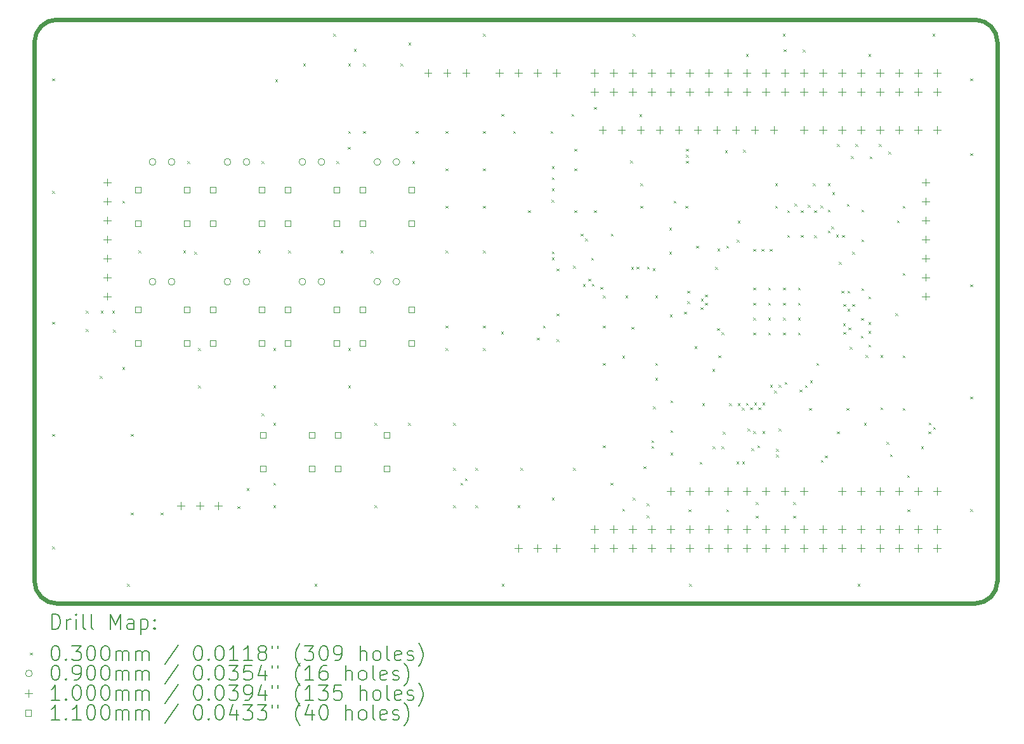
<source format=gbr>
%TF.GenerationSoftware,KiCad,Pcbnew,7.0.5*%
%TF.CreationDate,2023-06-11T20:56:01-05:00*%
%TF.ProjectId,NTS-1_CustomPanel,4e54532d-315f-4437-9573-746f6d50616e,C*%
%TF.SameCoordinates,Original*%
%TF.FileFunction,Drillmap*%
%TF.FilePolarity,Positive*%
%FSLAX45Y45*%
G04 Gerber Fmt 4.5, Leading zero omitted, Abs format (unit mm)*
G04 Created by KiCad (PCBNEW 7.0.5) date 2023-06-11 20:56:01*
%MOMM*%
%LPD*%
G01*
G04 APERTURE LIST*
%ADD10C,0.600000*%
%ADD11C,0.200000*%
%ADD12C,0.030000*%
%ADD13C,0.090000*%
%ADD14C,0.100000*%
%ADD15C,0.110000*%
G04 APERTURE END LIST*
D10*
X22850000Y-14699562D02*
X22850000Y-7500000D01*
X10000000Y-14700000D02*
X10000000Y-7500000D01*
X10300435Y-7200000D02*
X22550000Y-7200000D01*
X10300000Y-15000000D02*
X22549948Y-15000000D01*
X22550000Y-15000000D02*
G75*
G03*
X22850000Y-14700000I0J300000D01*
G01*
X10300000Y-7200000D02*
G75*
G03*
X10000000Y-7500000I0J-300000D01*
G01*
X10000000Y-14700000D02*
G75*
G03*
X10300000Y-15000000I300000J0D01*
G01*
X22850000Y-7500000D02*
G75*
G03*
X22550000Y-7200000I-300000J0D01*
G01*
D11*
D12*
X10235000Y-7985000D02*
X10265000Y-8015000D01*
X10265000Y-7985000D02*
X10235000Y-8015000D01*
X10235000Y-9485000D02*
X10265000Y-9515000D01*
X10265000Y-9485000D02*
X10235000Y-9515000D01*
X10235000Y-11235000D02*
X10265000Y-11265000D01*
X10265000Y-11235000D02*
X10235000Y-11265000D01*
X10235000Y-12735000D02*
X10265000Y-12765000D01*
X10265000Y-12735000D02*
X10235000Y-12765000D01*
X10235000Y-14235000D02*
X10265000Y-14265000D01*
X10265000Y-14235000D02*
X10235000Y-14265000D01*
X10685000Y-11085000D02*
X10715000Y-11115000D01*
X10715000Y-11085000D02*
X10685000Y-11115000D01*
X10685000Y-11335000D02*
X10715000Y-11365000D01*
X10715000Y-11335000D02*
X10685000Y-11365000D01*
X10870000Y-11960000D02*
X10900000Y-11990000D01*
X10900000Y-11960000D02*
X10870000Y-11990000D01*
X10885000Y-11085000D02*
X10915000Y-11115000D01*
X10915000Y-11085000D02*
X10885000Y-11115000D01*
X11035000Y-11085000D02*
X11065000Y-11115000D01*
X11065000Y-11085000D02*
X11035000Y-11115000D01*
X11050000Y-11340000D02*
X11080000Y-11370000D01*
X11080000Y-11340000D02*
X11050000Y-11370000D01*
X11170000Y-9620000D02*
X11200000Y-9650000D01*
X11200000Y-9620000D02*
X11170000Y-9650000D01*
X11170000Y-11840000D02*
X11200000Y-11870000D01*
X11200000Y-11840000D02*
X11170000Y-11870000D01*
X11235000Y-14735000D02*
X11265000Y-14765000D01*
X11265000Y-14735000D02*
X11235000Y-14765000D01*
X11285000Y-12735000D02*
X11315000Y-12765000D01*
X11315000Y-12735000D02*
X11285000Y-12765000D01*
X11285000Y-13785000D02*
X11315000Y-13815000D01*
X11315000Y-13785000D02*
X11285000Y-13815000D01*
X11385000Y-10285000D02*
X11415000Y-10315000D01*
X11415000Y-10285000D02*
X11385000Y-10315000D01*
X11685000Y-13785000D02*
X11715000Y-13815000D01*
X11715000Y-13785000D02*
X11685000Y-13815000D01*
X11985000Y-10285000D02*
X12015000Y-10315000D01*
X12015000Y-10285000D02*
X11985000Y-10315000D01*
X12040000Y-9090000D02*
X12070000Y-9120000D01*
X12070000Y-9090000D02*
X12040000Y-9120000D01*
X12130000Y-10300000D02*
X12160000Y-10330000D01*
X12160000Y-10300000D02*
X12130000Y-10330000D01*
X12185000Y-11585000D02*
X12215000Y-11615000D01*
X12215000Y-11585000D02*
X12185000Y-11615000D01*
X12185000Y-12085000D02*
X12215000Y-12115000D01*
X12215000Y-12085000D02*
X12185000Y-12115000D01*
X12710000Y-13700000D02*
X12740000Y-13730000D01*
X12740000Y-13700000D02*
X12710000Y-13730000D01*
X12830000Y-13460000D02*
X12860000Y-13490000D01*
X12860000Y-13460000D02*
X12830000Y-13490000D01*
X12985000Y-10285000D02*
X13015000Y-10315000D01*
X13015000Y-10285000D02*
X12985000Y-10315000D01*
X13030000Y-9090000D02*
X13060000Y-9120000D01*
X13060000Y-9090000D02*
X13030000Y-9120000D01*
X13030000Y-12460000D02*
X13060000Y-12490000D01*
X13060000Y-12460000D02*
X13030000Y-12490000D01*
X13185000Y-11585000D02*
X13215000Y-11615000D01*
X13215000Y-11585000D02*
X13185000Y-11615000D01*
X13185000Y-12085000D02*
X13215000Y-12115000D01*
X13215000Y-12085000D02*
X13185000Y-12115000D01*
X13185000Y-12585000D02*
X13215000Y-12615000D01*
X13215000Y-12585000D02*
X13185000Y-12615000D01*
X13185000Y-13385000D02*
X13215000Y-13415000D01*
X13215000Y-13385000D02*
X13185000Y-13415000D01*
X13185000Y-13685000D02*
X13215000Y-13715000D01*
X13215000Y-13685000D02*
X13185000Y-13715000D01*
X13210000Y-7995000D02*
X13240000Y-8025000D01*
X13240000Y-7995000D02*
X13210000Y-8025000D01*
X13385000Y-10285000D02*
X13415000Y-10315000D01*
X13415000Y-10285000D02*
X13385000Y-10315000D01*
X13585000Y-7785000D02*
X13615000Y-7815000D01*
X13615000Y-7785000D02*
X13585000Y-7815000D01*
X13735000Y-14735000D02*
X13765000Y-14765000D01*
X13765000Y-14735000D02*
X13735000Y-14765000D01*
X13985000Y-7385000D02*
X14015000Y-7415000D01*
X14015000Y-7385000D02*
X13985000Y-7415000D01*
X14030000Y-9090000D02*
X14060000Y-9120000D01*
X14060000Y-9090000D02*
X14030000Y-9120000D01*
X14085000Y-10285000D02*
X14115000Y-10315000D01*
X14115000Y-10285000D02*
X14085000Y-10315000D01*
X14179719Y-8896936D02*
X14209719Y-8926936D01*
X14209719Y-8896936D02*
X14179719Y-8926936D01*
X14185000Y-7785000D02*
X14215000Y-7815000D01*
X14215000Y-7785000D02*
X14185000Y-7815000D01*
X14185000Y-8685000D02*
X14215000Y-8715000D01*
X14215000Y-8685000D02*
X14185000Y-8715000D01*
X14185000Y-11585000D02*
X14215000Y-11615000D01*
X14215000Y-11585000D02*
X14185000Y-11615000D01*
X14185000Y-12085000D02*
X14215000Y-12115000D01*
X14215000Y-12085000D02*
X14185000Y-12115000D01*
X14260000Y-7590000D02*
X14290000Y-7620000D01*
X14290000Y-7590000D02*
X14260000Y-7620000D01*
X14385000Y-7785000D02*
X14415000Y-7815000D01*
X14415000Y-7785000D02*
X14385000Y-7815000D01*
X14385000Y-8685000D02*
X14415000Y-8715000D01*
X14415000Y-8685000D02*
X14385000Y-8715000D01*
X14485000Y-10285000D02*
X14515000Y-10315000D01*
X14515000Y-10285000D02*
X14485000Y-10315000D01*
X14535000Y-12585000D02*
X14565000Y-12615000D01*
X14565000Y-12585000D02*
X14535000Y-12615000D01*
X14535000Y-13685000D02*
X14565000Y-13715000D01*
X14565000Y-13685000D02*
X14535000Y-13715000D01*
X14885000Y-7785000D02*
X14915000Y-7815000D01*
X14915000Y-7785000D02*
X14885000Y-7815000D01*
X14985000Y-12585000D02*
X15015000Y-12615000D01*
X15015000Y-12585000D02*
X14985000Y-12615000D01*
X14990000Y-7505000D02*
X15020000Y-7535000D01*
X15020000Y-7505000D02*
X14990000Y-7535000D01*
X15040000Y-9090000D02*
X15070000Y-9120000D01*
X15070000Y-9090000D02*
X15040000Y-9120000D01*
X15085000Y-8685000D02*
X15115000Y-8715000D01*
X15115000Y-8685000D02*
X15085000Y-8715000D01*
X15485000Y-8685000D02*
X15515000Y-8715000D01*
X15515000Y-8685000D02*
X15485000Y-8715000D01*
X15485000Y-9185000D02*
X15515000Y-9215000D01*
X15515000Y-9185000D02*
X15485000Y-9215000D01*
X15485000Y-9685000D02*
X15515000Y-9715000D01*
X15515000Y-9685000D02*
X15485000Y-9715000D01*
X15485000Y-10285000D02*
X15515000Y-10315000D01*
X15515000Y-10285000D02*
X15485000Y-10315000D01*
X15485000Y-11285000D02*
X15515000Y-11315000D01*
X15515000Y-11285000D02*
X15485000Y-11315000D01*
X15485000Y-11585000D02*
X15515000Y-11615000D01*
X15515000Y-11585000D02*
X15485000Y-11615000D01*
X15585000Y-12585000D02*
X15615000Y-12615000D01*
X15615000Y-12585000D02*
X15585000Y-12615000D01*
X15585000Y-13185000D02*
X15615000Y-13215000D01*
X15615000Y-13185000D02*
X15585000Y-13215000D01*
X15585000Y-13685000D02*
X15615000Y-13715000D01*
X15615000Y-13685000D02*
X15585000Y-13715000D01*
X15685000Y-13386000D02*
X15715000Y-13416000D01*
X15715000Y-13386000D02*
X15685000Y-13416000D01*
X15745000Y-13326000D02*
X15775000Y-13356000D01*
X15775000Y-13326000D02*
X15745000Y-13356000D01*
X15885000Y-13185000D02*
X15915000Y-13215000D01*
X15915000Y-13185000D02*
X15885000Y-13215000D01*
X15885000Y-13685000D02*
X15915000Y-13715000D01*
X15915000Y-13685000D02*
X15885000Y-13715000D01*
X15985000Y-7385000D02*
X16015000Y-7415000D01*
X16015000Y-7385000D02*
X15985000Y-7415000D01*
X15985000Y-8685000D02*
X16015000Y-8715000D01*
X16015000Y-8685000D02*
X15985000Y-8715000D01*
X15985000Y-9185000D02*
X16015000Y-9215000D01*
X16015000Y-9185000D02*
X15985000Y-9215000D01*
X15985000Y-9685000D02*
X16015000Y-9715000D01*
X16015000Y-9685000D02*
X15985000Y-9715000D01*
X15985000Y-10285000D02*
X16015000Y-10315000D01*
X16015000Y-10285000D02*
X15985000Y-10315000D01*
X15985000Y-11285000D02*
X16015000Y-11315000D01*
X16015000Y-11285000D02*
X15985000Y-11315000D01*
X15985000Y-11585000D02*
X16015000Y-11615000D01*
X16015000Y-11585000D02*
X15985000Y-11615000D01*
X16225000Y-11366000D02*
X16255000Y-11396000D01*
X16255000Y-11366000D02*
X16225000Y-11396000D01*
X16230000Y-8460000D02*
X16260000Y-8490000D01*
X16260000Y-8460000D02*
X16230000Y-8490000D01*
X16235000Y-14735000D02*
X16265000Y-14765000D01*
X16265000Y-14735000D02*
X16235000Y-14765000D01*
X16385000Y-8685000D02*
X16415000Y-8715000D01*
X16415000Y-8685000D02*
X16385000Y-8715000D01*
X16445000Y-13686000D02*
X16475000Y-13716000D01*
X16475000Y-13686000D02*
X16445000Y-13716000D01*
X16485000Y-13185000D02*
X16515000Y-13215000D01*
X16515000Y-13185000D02*
X16485000Y-13215000D01*
X16585000Y-9745000D02*
X16615000Y-9775000D01*
X16615000Y-9745000D02*
X16585000Y-9775000D01*
X16705000Y-11446000D02*
X16735000Y-11476000D01*
X16735000Y-11446000D02*
X16705000Y-11476000D01*
X16785000Y-11285000D02*
X16815000Y-11315000D01*
X16815000Y-11285000D02*
X16785000Y-11315000D01*
X16885000Y-8685000D02*
X16915000Y-8715000D01*
X16915000Y-8685000D02*
X16885000Y-8715000D01*
X16899999Y-9605000D02*
X16929999Y-9635000D01*
X16929999Y-9605000D02*
X16899999Y-9635000D01*
X16905000Y-9155000D02*
X16935000Y-9185000D01*
X16935000Y-9155000D02*
X16905000Y-9185000D01*
X16905000Y-10295000D02*
X16935000Y-10325000D01*
X16935000Y-10295000D02*
X16905000Y-10325000D01*
X16905000Y-10375000D02*
X16935000Y-10405000D01*
X16935000Y-10375000D02*
X16905000Y-10405000D01*
X16905000Y-13586000D02*
X16935000Y-13616000D01*
X16935000Y-13586000D02*
X16905000Y-13616000D01*
X16905000Y-9305000D02*
X16935000Y-9335000D01*
X16935000Y-9305000D02*
X16905000Y-9335000D01*
X16905000Y-9455000D02*
X16935000Y-9485000D01*
X16935000Y-9455000D02*
X16905000Y-9485000D01*
X16965000Y-10525000D02*
X16995000Y-10555000D01*
X16995000Y-10525000D02*
X16965000Y-10555000D01*
X16965000Y-11126000D02*
X16995000Y-11156000D01*
X16995000Y-11126000D02*
X16965000Y-11156000D01*
X16965000Y-11466000D02*
X16995000Y-11496000D01*
X16995000Y-11466000D02*
X16965000Y-11496000D01*
X17165000Y-8460000D02*
X17195000Y-8490000D01*
X17195000Y-8460000D02*
X17165000Y-8490000D01*
X17185000Y-10485000D02*
X17215000Y-10515000D01*
X17215000Y-10485000D02*
X17185000Y-10515000D01*
X17185000Y-13185000D02*
X17215000Y-13215000D01*
X17215000Y-13185000D02*
X17185000Y-13215000D01*
X17205000Y-8925000D02*
X17235000Y-8955000D01*
X17235000Y-8925000D02*
X17205000Y-8955000D01*
X17205000Y-9185000D02*
X17235000Y-9215000D01*
X17235000Y-9185000D02*
X17205000Y-9215000D01*
X17205000Y-9745000D02*
X17235000Y-9775000D01*
X17235000Y-9745000D02*
X17205000Y-9775000D01*
X17290000Y-10060000D02*
X17320000Y-10090000D01*
X17320000Y-10060000D02*
X17290000Y-10090000D01*
X17318777Y-10730737D02*
X17348777Y-10760737D01*
X17348777Y-10730737D02*
X17318777Y-10760737D01*
X17350000Y-10120000D02*
X17380000Y-10150000D01*
X17380000Y-10120000D02*
X17350000Y-10150000D01*
X17390000Y-10660000D02*
X17420000Y-10690000D01*
X17420000Y-10660000D02*
X17390000Y-10690000D01*
X17430000Y-10380000D02*
X17460000Y-10410000D01*
X17460000Y-10380000D02*
X17430000Y-10410000D01*
X17434999Y-10726178D02*
X17464999Y-10756178D01*
X17464999Y-10726178D02*
X17434999Y-10756178D01*
X17465000Y-8365000D02*
X17495000Y-8395000D01*
X17495000Y-8365000D02*
X17465000Y-8395000D01*
X17465000Y-9745000D02*
X17495000Y-9775000D01*
X17495000Y-9745000D02*
X17465000Y-9775000D01*
X17550000Y-10770000D02*
X17580000Y-10800000D01*
X17580000Y-10770000D02*
X17550000Y-10800000D01*
X17585000Y-10885000D02*
X17615000Y-10915000D01*
X17615000Y-10885000D02*
X17585000Y-10915000D01*
X17585000Y-11285000D02*
X17615000Y-11315000D01*
X17615000Y-11285000D02*
X17585000Y-11315000D01*
X17585000Y-11785000D02*
X17615000Y-11815000D01*
X17615000Y-11785000D02*
X17585000Y-11815000D01*
X17585000Y-12885000D02*
X17615000Y-12915000D01*
X17615000Y-12885000D02*
X17585000Y-12915000D01*
X17685000Y-13385000D02*
X17715000Y-13415000D01*
X17715000Y-13385000D02*
X17685000Y-13415000D01*
X17690000Y-10060000D02*
X17720000Y-10090000D01*
X17720000Y-10060000D02*
X17690000Y-10090000D01*
X17843752Y-11686248D02*
X17873752Y-11716248D01*
X17873752Y-11686248D02*
X17843752Y-11716248D01*
X17843752Y-13733752D02*
X17873752Y-13763752D01*
X17873752Y-13733752D02*
X17843752Y-13763752D01*
X17885000Y-10885000D02*
X17915000Y-10915000D01*
X17915000Y-10885000D02*
X17885000Y-10915000D01*
X17950000Y-9080000D02*
X17980000Y-9110000D01*
X17980000Y-9080000D02*
X17950000Y-9110000D01*
X17960028Y-10500823D02*
X17990028Y-10530823D01*
X17990028Y-10500823D02*
X17960028Y-10530823D01*
X17964998Y-11302670D02*
X17994998Y-11332670D01*
X17994998Y-11302670D02*
X17964998Y-11332670D01*
X17985000Y-7385000D02*
X18015000Y-7415000D01*
X18015000Y-7385000D02*
X17985000Y-7415000D01*
X17985000Y-13585000D02*
X18015000Y-13615000D01*
X18015000Y-13585000D02*
X17985000Y-13615000D01*
X18034999Y-10498708D02*
X18064999Y-10528708D01*
X18064999Y-10498708D02*
X18034999Y-10528708D01*
X18072000Y-8463000D02*
X18102000Y-8493000D01*
X18102000Y-8463000D02*
X18072000Y-8493000D01*
X18085000Y-9385000D02*
X18115000Y-9415000D01*
X18115000Y-9385000D02*
X18085000Y-9415000D01*
X18085000Y-9685000D02*
X18115000Y-9715000D01*
X18115000Y-9685000D02*
X18085000Y-9715000D01*
X18125000Y-13166000D02*
X18155000Y-13196000D01*
X18155000Y-13166000D02*
X18125000Y-13196000D01*
X18170000Y-13660000D02*
X18200000Y-13690000D01*
X18200000Y-13660000D02*
X18170000Y-13690000D01*
X18170000Y-13820000D02*
X18200000Y-13850000D01*
X18200000Y-13820000D02*
X18170000Y-13850000D01*
X18174999Y-10500000D02*
X18204999Y-10530000D01*
X18204999Y-10500000D02*
X18174999Y-10530000D01*
X18232533Y-12817467D02*
X18262533Y-12847467D01*
X18262533Y-12817467D02*
X18232533Y-12847467D01*
X18233641Y-12896359D02*
X18263641Y-12926359D01*
X18263641Y-12896359D02*
X18233641Y-12926359D01*
X18250000Y-10520000D02*
X18280000Y-10550000D01*
X18280000Y-10520000D02*
X18250000Y-10550000D01*
X18255000Y-12365000D02*
X18285000Y-12395000D01*
X18285000Y-12365000D02*
X18255000Y-12395000D01*
X18285000Y-10885000D02*
X18315000Y-10915000D01*
X18315000Y-10885000D02*
X18285000Y-10915000D01*
X18285000Y-11785000D02*
X18315000Y-11815000D01*
X18315000Y-11785000D02*
X18285000Y-11815000D01*
X18285000Y-11985000D02*
X18315000Y-12015000D01*
X18315000Y-11985000D02*
X18285000Y-12015000D01*
X18470000Y-9980000D02*
X18500000Y-10010000D01*
X18500000Y-9980000D02*
X18470000Y-10010000D01*
X18470000Y-10300000D02*
X18500000Y-10330000D01*
X18500000Y-10300000D02*
X18470000Y-10330000D01*
X18478859Y-11136141D02*
X18508859Y-11166141D01*
X18508859Y-11136141D02*
X18478859Y-11166141D01*
X18485000Y-12285000D02*
X18515000Y-12315000D01*
X18515000Y-12285000D02*
X18485000Y-12315000D01*
X18485000Y-12685000D02*
X18515000Y-12715000D01*
X18515000Y-12685000D02*
X18485000Y-12715000D01*
X18485000Y-12985000D02*
X18515000Y-13015000D01*
X18515000Y-12985000D02*
X18485000Y-13015000D01*
X18530000Y-9620000D02*
X18560000Y-9650000D01*
X18560000Y-9620000D02*
X18530000Y-9650000D01*
X18670000Y-11100000D02*
X18700000Y-11130000D01*
X18700000Y-11100000D02*
X18670000Y-11130000D01*
X18685000Y-9685000D02*
X18715000Y-9715000D01*
X18715000Y-9685000D02*
X18685000Y-9715000D01*
X18695000Y-8925000D02*
X18725000Y-8955000D01*
X18725000Y-8925000D02*
X18695000Y-8955000D01*
X18695000Y-9005000D02*
X18725000Y-9035000D01*
X18725000Y-9005000D02*
X18695000Y-9035000D01*
X18695000Y-9085000D02*
X18725000Y-9115000D01*
X18725000Y-9085000D02*
X18695000Y-9115000D01*
X18710000Y-10820000D02*
X18740000Y-10850000D01*
X18740000Y-10820000D02*
X18710000Y-10850000D01*
X18710000Y-10960000D02*
X18740000Y-10990000D01*
X18740000Y-10960000D02*
X18710000Y-10990000D01*
X18730000Y-13740000D02*
X18760000Y-13770000D01*
X18760000Y-13740000D02*
X18730000Y-13770000D01*
X18735000Y-14735000D02*
X18765000Y-14765000D01*
X18765000Y-14735000D02*
X18735000Y-14765000D01*
X18810000Y-11560000D02*
X18840000Y-11590000D01*
X18840000Y-11560000D02*
X18810000Y-11590000D01*
X18830000Y-10220000D02*
X18860000Y-10250000D01*
X18860000Y-10220000D02*
X18830000Y-10250000D01*
X18875000Y-13106000D02*
X18905000Y-13136000D01*
X18905000Y-13106000D02*
X18875000Y-13136000D01*
X18890000Y-11040000D02*
X18920000Y-11070000D01*
X18920000Y-11040000D02*
X18890000Y-11070000D01*
X18892526Y-10924742D02*
X18922526Y-10954742D01*
X18922526Y-10924742D02*
X18892526Y-10954742D01*
X18910000Y-12325000D02*
X18940000Y-12355000D01*
X18940000Y-12325000D02*
X18910000Y-12355000D01*
X18950000Y-10869999D02*
X18980000Y-10899999D01*
X18980000Y-10869999D02*
X18950000Y-10899999D01*
X18950000Y-10982890D02*
X18980000Y-11012890D01*
X18980000Y-10982890D02*
X18950000Y-11012890D01*
X19045000Y-11865000D02*
X19075000Y-11895000D01*
X19075000Y-11865000D02*
X19045000Y-11895000D01*
X19050787Y-12900000D02*
X19080787Y-12930000D01*
X19080787Y-12900000D02*
X19050787Y-12930000D01*
X19085000Y-10505000D02*
X19115000Y-10535000D01*
X19115000Y-10505000D02*
X19085000Y-10535000D01*
X19109999Y-11320001D02*
X19139999Y-11350001D01*
X19139999Y-11320001D02*
X19109999Y-11350001D01*
X19113643Y-10256361D02*
X19143643Y-10286361D01*
X19143643Y-10256361D02*
X19113643Y-10286361D01*
X19125000Y-11685000D02*
X19155000Y-11715000D01*
X19155000Y-11685000D02*
X19125000Y-11715000D01*
X19170000Y-12900000D02*
X19200000Y-12930000D01*
X19200000Y-12900000D02*
X19170000Y-12930000D01*
X19170001Y-11374999D02*
X19200001Y-11404999D01*
X19200001Y-11374999D02*
X19170001Y-11404999D01*
X19185000Y-12705000D02*
X19215000Y-12735000D01*
X19215000Y-12705000D02*
X19185000Y-12735000D01*
X19215000Y-8945000D02*
X19245000Y-8975000D01*
X19245000Y-8945000D02*
X19215000Y-8975000D01*
X19230000Y-10220000D02*
X19260000Y-10250000D01*
X19260000Y-10220000D02*
X19230000Y-10250000D01*
X19230000Y-13740000D02*
X19260000Y-13770000D01*
X19260000Y-13740000D02*
X19230000Y-13770000D01*
X19270000Y-12325000D02*
X19300000Y-12355000D01*
X19300000Y-12325000D02*
X19270000Y-12355000D01*
X19366795Y-13101001D02*
X19396795Y-13131001D01*
X19396795Y-13101001D02*
X19366795Y-13131001D01*
X19370000Y-10140000D02*
X19400000Y-10170000D01*
X19400000Y-10140000D02*
X19370000Y-10170000D01*
X19384998Y-12325241D02*
X19414998Y-12355241D01*
X19414998Y-12325241D02*
X19384998Y-12355241D01*
X19385000Y-9885000D02*
X19415000Y-9915000D01*
X19415000Y-9885000D02*
X19385000Y-9915000D01*
X19439999Y-12382619D02*
X19469999Y-12412619D01*
X19469999Y-12382619D02*
X19439999Y-12412619D01*
X19441797Y-13101001D02*
X19471797Y-13131001D01*
X19471797Y-13101001D02*
X19441797Y-13131001D01*
X19455000Y-8935000D02*
X19485000Y-8965000D01*
X19485000Y-8935000D02*
X19455000Y-8965000D01*
X19494999Y-12319365D02*
X19524999Y-12349365D01*
X19524999Y-12319365D02*
X19494999Y-12349365D01*
X19495000Y-7660000D02*
X19525000Y-7690000D01*
X19525000Y-7660000D02*
X19495000Y-7690000D01*
X19513021Y-12660005D02*
X19543021Y-12690005D01*
X19543021Y-12660005D02*
X19513021Y-12690005D01*
X19550000Y-12380000D02*
X19580000Y-12410000D01*
X19580000Y-12380000D02*
X19550000Y-12410000D01*
X19565000Y-12925000D02*
X19595000Y-12955000D01*
X19595000Y-12925000D02*
X19565000Y-12955000D01*
X19589821Y-12695006D02*
X19619821Y-12725006D01*
X19619821Y-12695006D02*
X19589821Y-12725006D01*
X19589998Y-10260000D02*
X19619998Y-10290000D01*
X19619998Y-10260000D02*
X19589998Y-10290000D01*
X19590000Y-10780000D02*
X19620000Y-10810000D01*
X19620000Y-10780000D02*
X19590000Y-10810000D01*
X19590000Y-10980000D02*
X19620000Y-11010000D01*
X19620000Y-10980000D02*
X19590000Y-11010000D01*
X19590000Y-11180000D02*
X19620000Y-11210000D01*
X19620000Y-11180000D02*
X19590000Y-11210000D01*
X19590000Y-11380000D02*
X19620000Y-11410000D01*
X19620000Y-11380000D02*
X19590000Y-11410000D01*
X19605000Y-12315000D02*
X19635000Y-12345000D01*
X19635000Y-12315000D02*
X19605000Y-12345000D01*
X19625000Y-13645000D02*
X19655000Y-13675000D01*
X19655000Y-13645000D02*
X19625000Y-13675000D01*
X19625000Y-13825000D02*
X19655000Y-13855000D01*
X19655000Y-13825000D02*
X19625000Y-13855000D01*
X19645000Y-12885000D02*
X19675000Y-12915000D01*
X19675000Y-12885000D02*
X19645000Y-12915000D01*
X19660000Y-12380000D02*
X19690000Y-12410000D01*
X19690000Y-12380000D02*
X19660000Y-12410000D01*
X19702441Y-10262312D02*
X19732441Y-10292312D01*
X19732441Y-10262312D02*
X19702441Y-10292312D01*
X19715000Y-12315000D02*
X19745000Y-12345000D01*
X19745000Y-12315000D02*
X19715000Y-12345000D01*
X19715000Y-12695006D02*
X19745000Y-12725006D01*
X19745000Y-12695006D02*
X19715000Y-12725006D01*
X19790000Y-10780000D02*
X19820000Y-10810000D01*
X19820000Y-10780000D02*
X19790000Y-10810000D01*
X19790000Y-10980000D02*
X19820000Y-11010000D01*
X19820000Y-10980000D02*
X19790000Y-11010000D01*
X19790000Y-11180000D02*
X19820000Y-11210000D01*
X19820000Y-11180000D02*
X19790000Y-11210000D01*
X19790000Y-11380000D02*
X19820000Y-11410000D01*
X19820000Y-11380000D02*
X19790000Y-11410000D01*
X19812442Y-10260000D02*
X19842442Y-10290000D01*
X19842442Y-10260000D02*
X19812442Y-10290000D01*
X19815001Y-12080000D02*
X19845001Y-12110000D01*
X19845001Y-12080000D02*
X19815001Y-12110000D01*
X19870002Y-12155777D02*
X19900002Y-12185777D01*
X19900002Y-12155777D02*
X19870002Y-12185777D01*
X19885000Y-9385000D02*
X19915000Y-9415000D01*
X19915000Y-9385000D02*
X19885000Y-9415000D01*
X19885000Y-9685000D02*
X19915000Y-9715000D01*
X19915000Y-9685000D02*
X19885000Y-9715000D01*
X19895000Y-12934976D02*
X19925000Y-12964976D01*
X19925000Y-12934976D02*
X19895000Y-12964976D01*
X19895000Y-13009978D02*
X19925000Y-13039978D01*
X19925000Y-13009978D02*
X19895000Y-13039978D01*
X19930000Y-12080000D02*
X19960000Y-12110000D01*
X19960000Y-12080000D02*
X19930000Y-12110000D01*
X19930000Y-12660005D02*
X19960000Y-12690005D01*
X19960000Y-12660005D02*
X19930000Y-12690005D01*
X19985000Y-7385000D02*
X20015000Y-7415000D01*
X20015000Y-7385000D02*
X19985000Y-7415000D01*
X19990000Y-10780000D02*
X20020000Y-10810000D01*
X20020000Y-10780000D02*
X19990000Y-10810000D01*
X19990000Y-10980000D02*
X20020000Y-11010000D01*
X20020000Y-10980000D02*
X19990000Y-11010000D01*
X19990000Y-11180000D02*
X20020000Y-11210000D01*
X20020000Y-11180000D02*
X19990000Y-11210000D01*
X19990000Y-11380000D02*
X20020000Y-11410000D01*
X20020000Y-11380000D02*
X19990000Y-11410000D01*
X20000000Y-7595001D02*
X20030000Y-7625001D01*
X20030000Y-7595001D02*
X20000000Y-7625001D01*
X20010000Y-12040000D02*
X20040000Y-12070000D01*
X20040000Y-12040000D02*
X20010000Y-12070000D01*
X20045000Y-9745000D02*
X20075000Y-9775000D01*
X20075000Y-9745000D02*
X20045000Y-9775000D01*
X20045000Y-10075000D02*
X20075000Y-10105000D01*
X20075000Y-10075000D02*
X20045000Y-10105000D01*
X20125000Y-13645000D02*
X20155000Y-13675000D01*
X20155000Y-13645000D02*
X20125000Y-13675000D01*
X20125000Y-13825000D02*
X20155000Y-13855000D01*
X20155000Y-13825000D02*
X20125000Y-13855000D01*
X20140000Y-9654998D02*
X20170000Y-9684998D01*
X20170000Y-9654998D02*
X20140000Y-9684998D01*
X20190000Y-10780000D02*
X20220000Y-10810000D01*
X20220000Y-10780000D02*
X20190000Y-10810000D01*
X20190000Y-10980000D02*
X20220000Y-11010000D01*
X20220000Y-10980000D02*
X20190000Y-11010000D01*
X20190000Y-11180000D02*
X20220000Y-11210000D01*
X20220000Y-11180000D02*
X20190000Y-11210000D01*
X20190000Y-11380000D02*
X20220000Y-11410000D01*
X20220000Y-11380000D02*
X20190000Y-11410000D01*
X20210000Y-12140000D02*
X20240000Y-12170000D01*
X20240000Y-12140000D02*
X20210000Y-12170000D01*
X20225000Y-9745000D02*
X20255000Y-9775000D01*
X20255000Y-9745000D02*
X20225000Y-9775000D01*
X20225000Y-10075000D02*
X20255000Y-10105000D01*
X20255000Y-10075000D02*
X20225000Y-10105000D01*
X20250000Y-7600000D02*
X20280000Y-7630000D01*
X20280000Y-7600000D02*
X20250000Y-7630000D01*
X20282369Y-12080305D02*
X20312369Y-12110305D01*
X20312369Y-12080305D02*
X20282369Y-12110305D01*
X20320000Y-9675000D02*
X20350000Y-9705000D01*
X20350000Y-9675000D02*
X20320000Y-9705000D01*
X20335000Y-12385000D02*
X20365000Y-12415000D01*
X20365000Y-12385000D02*
X20335000Y-12415000D01*
X20350000Y-12020000D02*
X20380000Y-12050000D01*
X20380000Y-12020000D02*
X20350000Y-12050000D01*
X20385000Y-9385000D02*
X20415000Y-9415000D01*
X20415000Y-9385000D02*
X20385000Y-9415000D01*
X20405000Y-9745000D02*
X20435000Y-9775000D01*
X20435000Y-9745000D02*
X20405000Y-9775000D01*
X20405000Y-10080001D02*
X20435000Y-10110001D01*
X20435000Y-10080001D02*
X20405000Y-10110001D01*
X20435000Y-11785000D02*
X20465000Y-11815000D01*
X20465000Y-11785000D02*
X20435000Y-11815000D01*
X20490000Y-9680000D02*
X20520000Y-9710000D01*
X20520000Y-9680000D02*
X20490000Y-9710000D01*
X20492595Y-13080000D02*
X20522595Y-13110000D01*
X20522595Y-13080000D02*
X20492595Y-13110000D01*
X20550000Y-13019999D02*
X20580000Y-13049999D01*
X20580000Y-13019999D02*
X20550000Y-13049999D01*
X20584549Y-10015496D02*
X20614549Y-10045496D01*
X20614549Y-10015496D02*
X20584549Y-10045496D01*
X20585000Y-9385000D02*
X20615000Y-9415000D01*
X20615000Y-9385000D02*
X20585000Y-9415000D01*
X20585000Y-9735000D02*
X20615000Y-9765000D01*
X20615000Y-9735000D02*
X20585000Y-9765000D01*
X20635000Y-9960000D02*
X20665000Y-9990000D01*
X20665000Y-9960000D02*
X20635000Y-9990000D01*
X20645000Y-9505000D02*
X20675000Y-9535000D01*
X20675000Y-9505000D02*
X20645000Y-9535000D01*
X20695000Y-10070000D02*
X20725000Y-10100000D01*
X20725000Y-10070000D02*
X20695000Y-10100000D01*
X20710000Y-8860000D02*
X20740000Y-8890000D01*
X20740000Y-8860000D02*
X20710000Y-8890000D01*
X20710000Y-12700000D02*
X20740000Y-12730000D01*
X20740000Y-12700000D02*
X20710000Y-12730000D01*
X20735000Y-10435000D02*
X20765000Y-10465000D01*
X20765000Y-10435000D02*
X20735000Y-10465000D01*
X20770000Y-10820000D02*
X20800000Y-10850000D01*
X20800000Y-10820000D02*
X20770000Y-10850000D01*
X20775000Y-10075000D02*
X20805000Y-10105000D01*
X20805000Y-10075000D02*
X20775000Y-10105000D01*
X20790286Y-11254619D02*
X20820286Y-11284619D01*
X20820286Y-11254619D02*
X20790286Y-11284619D01*
X20791594Y-11369999D02*
X20821594Y-11399999D01*
X20821594Y-11369999D02*
X20791594Y-11399999D01*
X20792084Y-10997586D02*
X20822084Y-11027586D01*
X20822084Y-10997586D02*
X20792084Y-11027586D01*
X20835000Y-12385000D02*
X20865000Y-12415000D01*
X20865000Y-12385000D02*
X20835000Y-12415000D01*
X20839999Y-9660000D02*
X20869999Y-9690000D01*
X20869999Y-9660000D02*
X20839999Y-9690000D01*
X20850000Y-10820000D02*
X20880000Y-10850000D01*
X20880000Y-10820000D02*
X20850000Y-10850000D01*
X20850000Y-11060000D02*
X20880000Y-11090000D01*
X20880000Y-11060000D02*
X20850000Y-11090000D01*
X20860657Y-11310668D02*
X20890657Y-11340668D01*
X20890657Y-11310668D02*
X20860657Y-11340668D01*
X20878892Y-11568892D02*
X20908892Y-11598892D01*
X20908892Y-11568892D02*
X20878892Y-11598892D01*
X20895000Y-9020000D02*
X20925000Y-9050000D01*
X20925000Y-9020000D02*
X20895000Y-9050000D01*
X20910000Y-10300000D02*
X20940000Y-10330000D01*
X20940000Y-10300000D02*
X20910000Y-10330000D01*
X20910000Y-11000000D02*
X20940000Y-11030000D01*
X20940000Y-11000000D02*
X20910000Y-11030000D01*
X20955000Y-8860000D02*
X20985000Y-8890000D01*
X20985000Y-8860000D02*
X20955000Y-8890000D01*
X20985000Y-14735000D02*
X21015000Y-14765000D01*
X21015000Y-14735000D02*
X20985000Y-14765000D01*
X21026946Y-11420837D02*
X21056946Y-11450837D01*
X21056946Y-11420837D02*
X21026946Y-11450837D01*
X21030001Y-11184999D02*
X21060001Y-11214999D01*
X21060001Y-11184999D02*
X21030001Y-11214999D01*
X21035000Y-9735000D02*
X21065000Y-9765000D01*
X21065000Y-9735000D02*
X21035000Y-9765000D01*
X21035000Y-10135000D02*
X21065000Y-10165000D01*
X21065000Y-10135000D02*
X21035000Y-10165000D01*
X21035000Y-10785000D02*
X21065000Y-10815000D01*
X21065000Y-10785000D02*
X21035000Y-10815000D01*
X21070000Y-12584999D02*
X21100000Y-12614999D01*
X21100000Y-12584999D02*
X21070000Y-12614999D01*
X21090000Y-11680000D02*
X21120000Y-11710000D01*
X21120000Y-11680000D02*
X21090000Y-11710000D01*
X21129999Y-10895157D02*
X21159999Y-10925157D01*
X21159999Y-10895157D02*
X21129999Y-10925157D01*
X21130000Y-7660000D02*
X21160000Y-7690000D01*
X21160000Y-7660000D02*
X21130000Y-7690000D01*
X21130000Y-11240000D02*
X21160000Y-11270000D01*
X21160000Y-11240000D02*
X21130000Y-11270000D01*
X21130000Y-11359997D02*
X21160000Y-11389997D01*
X21160000Y-11359997D02*
X21130000Y-11389997D01*
X21130000Y-11540000D02*
X21160000Y-11570000D01*
X21160000Y-11540000D02*
X21130000Y-11570000D01*
X21145000Y-9025000D02*
X21175000Y-9055000D01*
X21175000Y-9025000D02*
X21145000Y-9055000D01*
X21270000Y-8860000D02*
X21300000Y-8890000D01*
X21300000Y-8860000D02*
X21270000Y-8890000D01*
X21290000Y-11680000D02*
X21320000Y-11710000D01*
X21320000Y-11680000D02*
X21290000Y-11710000D01*
X21290000Y-12380000D02*
X21320000Y-12410000D01*
X21320000Y-12380000D02*
X21290000Y-12410000D01*
X21370000Y-12840000D02*
X21400000Y-12870000D01*
X21400000Y-12840000D02*
X21370000Y-12870000D01*
X21395000Y-8960000D02*
X21425000Y-8990000D01*
X21425000Y-8960000D02*
X21395000Y-8990000D01*
X21414999Y-13005003D02*
X21444999Y-13035003D01*
X21444999Y-13005003D02*
X21414999Y-13035003D01*
X21490000Y-11120000D02*
X21520000Y-11150000D01*
X21520000Y-11120000D02*
X21490000Y-11150000D01*
X21510000Y-9880000D02*
X21540000Y-9910000D01*
X21540000Y-9880000D02*
X21510000Y-9910000D01*
X21585000Y-9685000D02*
X21615000Y-9715000D01*
X21615000Y-9685000D02*
X21585000Y-9715000D01*
X21585000Y-10585000D02*
X21615000Y-10615000D01*
X21615000Y-10585000D02*
X21585000Y-10615000D01*
X21585000Y-11685000D02*
X21615000Y-11715000D01*
X21615000Y-11685000D02*
X21585000Y-11715000D01*
X21585000Y-12385000D02*
X21615000Y-12415000D01*
X21615000Y-12385000D02*
X21585000Y-12415000D01*
X21645000Y-13285000D02*
X21675000Y-13315000D01*
X21675000Y-13285000D02*
X21645000Y-13315000D01*
X21650000Y-13740000D02*
X21680000Y-13770000D01*
X21680000Y-13740000D02*
X21650000Y-13770000D01*
X21830000Y-12900000D02*
X21860000Y-12930000D01*
X21860000Y-12900000D02*
X21830000Y-12930000D01*
X21930000Y-12700000D02*
X21960000Y-12730000D01*
X21960000Y-12700000D02*
X21930000Y-12730000D01*
X21930697Y-12579999D02*
X21960697Y-12609999D01*
X21960697Y-12579999D02*
X21930697Y-12609999D01*
X21985000Y-7385000D02*
X22015000Y-7415000D01*
X22015000Y-7385000D02*
X21985000Y-7415000D01*
X21990000Y-12640000D02*
X22020000Y-12670000D01*
X22020000Y-12640000D02*
X21990000Y-12670000D01*
X22485000Y-7985000D02*
X22515000Y-8015000D01*
X22515000Y-7985000D02*
X22485000Y-8015000D01*
X22485000Y-8985000D02*
X22515000Y-9015000D01*
X22515000Y-8985000D02*
X22485000Y-9015000D01*
X22485000Y-10735000D02*
X22515000Y-10765000D01*
X22515000Y-10735000D02*
X22485000Y-10765000D01*
X22485000Y-12235000D02*
X22515000Y-12265000D01*
X22515000Y-12235000D02*
X22485000Y-12265000D01*
X22485000Y-13735000D02*
X22515000Y-13765000D01*
X22515000Y-13735000D02*
X22485000Y-13765000D01*
D13*
X11620000Y-9099999D02*
G75*
G03*
X11620000Y-9099999I-45000J0D01*
G01*
X11620000Y-10700000D02*
G75*
G03*
X11620000Y-10700000I-45000J0D01*
G01*
X11874000Y-9099999D02*
G75*
G03*
X11874000Y-9099999I-45000J0D01*
G01*
X11874000Y-10700000D02*
G75*
G03*
X11874000Y-10700000I-45000J0D01*
G01*
X12620000Y-9099999D02*
G75*
G03*
X12620000Y-9099999I-45000J0D01*
G01*
X12620000Y-10700000D02*
G75*
G03*
X12620000Y-10700000I-45000J0D01*
G01*
X12874000Y-9099999D02*
G75*
G03*
X12874000Y-9099999I-45000J0D01*
G01*
X12874000Y-10700000D02*
G75*
G03*
X12874000Y-10700000I-45000J0D01*
G01*
X13620000Y-9099999D02*
G75*
G03*
X13620000Y-9099999I-45000J0D01*
G01*
X13620000Y-10700000D02*
G75*
G03*
X13620000Y-10700000I-45000J0D01*
G01*
X13874000Y-9099999D02*
G75*
G03*
X13874000Y-9099999I-45000J0D01*
G01*
X13874000Y-10700000D02*
G75*
G03*
X13874000Y-10700000I-45000J0D01*
G01*
X14620000Y-9099999D02*
G75*
G03*
X14620000Y-9099999I-45000J0D01*
G01*
X14620000Y-10700000D02*
G75*
G03*
X14620000Y-10700000I-45000J0D01*
G01*
X14874000Y-9099999D02*
G75*
G03*
X14874000Y-9099999I-45000J0D01*
G01*
X14874000Y-10700000D02*
G75*
G03*
X14874000Y-10700000I-45000J0D01*
G01*
D14*
X10969000Y-9321000D02*
X10969000Y-9421000D01*
X10919000Y-9371000D02*
X11019000Y-9371000D01*
X10969000Y-9575000D02*
X10969000Y-9675000D01*
X10919000Y-9625000D02*
X11019000Y-9625000D01*
X10969000Y-9829000D02*
X10969000Y-9929000D01*
X10919000Y-9879000D02*
X11019000Y-9879000D01*
X10969000Y-10083000D02*
X10969000Y-10183000D01*
X10919000Y-10133000D02*
X11019000Y-10133000D01*
X10969000Y-10337000D02*
X10969000Y-10437000D01*
X10919000Y-10387000D02*
X11019000Y-10387000D01*
X10969000Y-10591000D02*
X10969000Y-10691000D01*
X10919000Y-10641000D02*
X11019000Y-10641000D01*
X10969000Y-10845000D02*
X10969000Y-10945000D01*
X10919000Y-10895000D02*
X11019000Y-10895000D01*
X11955000Y-13645000D02*
X11955000Y-13745000D01*
X11905000Y-13695000D02*
X12005000Y-13695000D01*
X12205000Y-13645000D02*
X12205000Y-13745000D01*
X12155000Y-13695000D02*
X12255000Y-13695000D01*
X12455000Y-13645000D02*
X12455000Y-13745000D01*
X12405000Y-13695000D02*
X12505000Y-13695000D01*
X15251000Y-7858000D02*
X15251000Y-7958000D01*
X15201000Y-7908000D02*
X15301000Y-7908000D01*
X15505000Y-7858000D02*
X15505000Y-7958000D01*
X15455000Y-7908000D02*
X15555000Y-7908000D01*
X15759000Y-7858000D02*
X15759000Y-7958000D01*
X15709000Y-7908000D02*
X15809000Y-7908000D01*
X16202000Y-7858000D02*
X16202000Y-7958000D01*
X16152000Y-7908000D02*
X16252000Y-7908000D01*
X16456000Y-7858000D02*
X16456000Y-7958000D01*
X16406000Y-7908000D02*
X16506000Y-7908000D01*
X16458000Y-14212000D02*
X16458000Y-14312000D01*
X16408000Y-14262000D02*
X16508000Y-14262000D01*
X16710000Y-7858000D02*
X16710000Y-7958000D01*
X16660000Y-7908000D02*
X16760000Y-7908000D01*
X16712000Y-14212000D02*
X16712000Y-14312000D01*
X16662000Y-14262000D02*
X16762000Y-14262000D01*
X16964000Y-7858000D02*
X16964000Y-7958000D01*
X16914000Y-7908000D02*
X17014000Y-7908000D01*
X16966000Y-14212000D02*
X16966000Y-14312000D01*
X16916000Y-14262000D02*
X17016000Y-14262000D01*
X17472000Y-7858000D02*
X17472000Y-7958000D01*
X17422000Y-7908000D02*
X17522000Y-7908000D01*
X17472000Y-8112000D02*
X17472000Y-8212000D01*
X17422000Y-8162000D02*
X17522000Y-8162000D01*
X17474000Y-13958000D02*
X17474000Y-14058000D01*
X17424000Y-14008000D02*
X17524000Y-14008000D01*
X17474000Y-14212000D02*
X17474000Y-14312000D01*
X17424000Y-14262000D02*
X17524000Y-14262000D01*
X17579000Y-8620000D02*
X17579000Y-8720000D01*
X17529000Y-8670000D02*
X17629000Y-8670000D01*
X17726000Y-7858000D02*
X17726000Y-7958000D01*
X17676000Y-7908000D02*
X17776000Y-7908000D01*
X17726000Y-8112000D02*
X17726000Y-8212000D01*
X17676000Y-8162000D02*
X17776000Y-8162000D01*
X17728000Y-13958000D02*
X17728000Y-14058000D01*
X17678000Y-14008000D02*
X17778000Y-14008000D01*
X17728000Y-14212000D02*
X17728000Y-14312000D01*
X17678000Y-14262000D02*
X17778000Y-14262000D01*
X17833000Y-8620000D02*
X17833000Y-8720000D01*
X17783000Y-8670000D02*
X17883000Y-8670000D01*
X17980000Y-7858000D02*
X17980000Y-7958000D01*
X17930000Y-7908000D02*
X18030000Y-7908000D01*
X17980000Y-8112000D02*
X17980000Y-8212000D01*
X17930000Y-8162000D02*
X18030000Y-8162000D01*
X17982000Y-13958000D02*
X17982000Y-14058000D01*
X17932000Y-14008000D02*
X18032000Y-14008000D01*
X17982000Y-14212000D02*
X17982000Y-14312000D01*
X17932000Y-14262000D02*
X18032000Y-14262000D01*
X18087000Y-8620000D02*
X18087000Y-8720000D01*
X18037000Y-8670000D02*
X18137000Y-8670000D01*
X18234000Y-7858000D02*
X18234000Y-7958000D01*
X18184000Y-7908000D02*
X18284000Y-7908000D01*
X18234000Y-8112000D02*
X18234000Y-8212000D01*
X18184000Y-8162000D02*
X18284000Y-8162000D01*
X18236000Y-13958000D02*
X18236000Y-14058000D01*
X18186000Y-14008000D02*
X18286000Y-14008000D01*
X18236000Y-14212000D02*
X18236000Y-14312000D01*
X18186000Y-14262000D02*
X18286000Y-14262000D01*
X18341000Y-8620000D02*
X18341000Y-8720000D01*
X18291000Y-8670000D02*
X18391000Y-8670000D01*
X18488000Y-7858000D02*
X18488000Y-7958000D01*
X18438000Y-7908000D02*
X18538000Y-7908000D01*
X18488000Y-8112000D02*
X18488000Y-8212000D01*
X18438000Y-8162000D02*
X18538000Y-8162000D01*
X18490000Y-13958000D02*
X18490000Y-14058000D01*
X18440000Y-14008000D02*
X18540000Y-14008000D01*
X18490000Y-14212000D02*
X18490000Y-14312000D01*
X18440000Y-14262000D02*
X18540000Y-14262000D01*
X18491000Y-13445000D02*
X18491000Y-13545000D01*
X18441000Y-13495000D02*
X18541000Y-13495000D01*
X18595000Y-8620000D02*
X18595000Y-8720000D01*
X18545000Y-8670000D02*
X18645000Y-8670000D01*
X18742000Y-7858000D02*
X18742000Y-7958000D01*
X18692000Y-7908000D02*
X18792000Y-7908000D01*
X18742000Y-8112000D02*
X18742000Y-8212000D01*
X18692000Y-8162000D02*
X18792000Y-8162000D01*
X18744000Y-13958000D02*
X18744000Y-14058000D01*
X18694000Y-14008000D02*
X18794000Y-14008000D01*
X18744000Y-14212000D02*
X18744000Y-14312000D01*
X18694000Y-14262000D02*
X18794000Y-14262000D01*
X18745000Y-13445000D02*
X18745000Y-13545000D01*
X18695000Y-13495000D02*
X18795000Y-13495000D01*
X18849000Y-8620000D02*
X18849000Y-8720000D01*
X18799000Y-8670000D02*
X18899000Y-8670000D01*
X18996000Y-7858000D02*
X18996000Y-7958000D01*
X18946000Y-7908000D02*
X19046000Y-7908000D01*
X18996000Y-8112000D02*
X18996000Y-8212000D01*
X18946000Y-8162000D02*
X19046000Y-8162000D01*
X18998000Y-13958000D02*
X18998000Y-14058000D01*
X18948000Y-14008000D02*
X19048000Y-14008000D01*
X18998000Y-14212000D02*
X18998000Y-14312000D01*
X18948000Y-14262000D02*
X19048000Y-14262000D01*
X18999000Y-13445000D02*
X18999000Y-13545000D01*
X18949000Y-13495000D02*
X19049000Y-13495000D01*
X19103000Y-8620000D02*
X19103000Y-8720000D01*
X19053000Y-8670000D02*
X19153000Y-8670000D01*
X19250000Y-7858000D02*
X19250000Y-7958000D01*
X19200000Y-7908000D02*
X19300000Y-7908000D01*
X19250000Y-8112000D02*
X19250000Y-8212000D01*
X19200000Y-8162000D02*
X19300000Y-8162000D01*
X19252000Y-13958000D02*
X19252000Y-14058000D01*
X19202000Y-14008000D02*
X19302000Y-14008000D01*
X19252000Y-14212000D02*
X19252000Y-14312000D01*
X19202000Y-14262000D02*
X19302000Y-14262000D01*
X19253000Y-13445000D02*
X19253000Y-13545000D01*
X19203000Y-13495000D02*
X19303000Y-13495000D01*
X19357000Y-8620000D02*
X19357000Y-8720000D01*
X19307000Y-8670000D02*
X19407000Y-8670000D01*
X19504000Y-7858000D02*
X19504000Y-7958000D01*
X19454000Y-7908000D02*
X19554000Y-7908000D01*
X19504000Y-8112000D02*
X19504000Y-8212000D01*
X19454000Y-8162000D02*
X19554000Y-8162000D01*
X19506000Y-13958000D02*
X19506000Y-14058000D01*
X19456000Y-14008000D02*
X19556000Y-14008000D01*
X19506000Y-14212000D02*
X19506000Y-14312000D01*
X19456000Y-14262000D02*
X19556000Y-14262000D01*
X19507000Y-13445000D02*
X19507000Y-13545000D01*
X19457000Y-13495000D02*
X19557000Y-13495000D01*
X19611000Y-8620000D02*
X19611000Y-8720000D01*
X19561000Y-8670000D02*
X19661000Y-8670000D01*
X19758000Y-7858000D02*
X19758000Y-7958000D01*
X19708000Y-7908000D02*
X19808000Y-7908000D01*
X19758000Y-8112000D02*
X19758000Y-8212000D01*
X19708000Y-8162000D02*
X19808000Y-8162000D01*
X19760000Y-13958000D02*
X19760000Y-14058000D01*
X19710000Y-14008000D02*
X19810000Y-14008000D01*
X19760000Y-14212000D02*
X19760000Y-14312000D01*
X19710000Y-14262000D02*
X19810000Y-14262000D01*
X19761000Y-13445000D02*
X19761000Y-13545000D01*
X19711000Y-13495000D02*
X19811000Y-13495000D01*
X19865000Y-8620000D02*
X19865000Y-8720000D01*
X19815000Y-8670000D02*
X19915000Y-8670000D01*
X20012000Y-7858000D02*
X20012000Y-7958000D01*
X19962000Y-7908000D02*
X20062000Y-7908000D01*
X20012000Y-8112000D02*
X20012000Y-8212000D01*
X19962000Y-8162000D02*
X20062000Y-8162000D01*
X20014000Y-13958000D02*
X20014000Y-14058000D01*
X19964000Y-14008000D02*
X20064000Y-14008000D01*
X20014000Y-14212000D02*
X20014000Y-14312000D01*
X19964000Y-14262000D02*
X20064000Y-14262000D01*
X20015000Y-13445000D02*
X20015000Y-13545000D01*
X19965000Y-13495000D02*
X20065000Y-13495000D01*
X20266000Y-7858000D02*
X20266000Y-7958000D01*
X20216000Y-7908000D02*
X20316000Y-7908000D01*
X20266000Y-8112000D02*
X20266000Y-8212000D01*
X20216000Y-8162000D02*
X20316000Y-8162000D01*
X20268000Y-8620000D02*
X20268000Y-8720000D01*
X20218000Y-8670000D02*
X20318000Y-8670000D01*
X20268000Y-13958000D02*
X20268000Y-14058000D01*
X20218000Y-14008000D02*
X20318000Y-14008000D01*
X20268000Y-14212000D02*
X20268000Y-14312000D01*
X20218000Y-14262000D02*
X20318000Y-14262000D01*
X20269000Y-13445000D02*
X20269000Y-13545000D01*
X20219000Y-13495000D02*
X20319000Y-13495000D01*
X20520000Y-7858000D02*
X20520000Y-7958000D01*
X20470000Y-7908000D02*
X20570000Y-7908000D01*
X20520000Y-8112000D02*
X20520000Y-8212000D01*
X20470000Y-8162000D02*
X20570000Y-8162000D01*
X20522000Y-8620000D02*
X20522000Y-8720000D01*
X20472000Y-8670000D02*
X20572000Y-8670000D01*
X20522000Y-13958000D02*
X20522000Y-14058000D01*
X20472000Y-14008000D02*
X20572000Y-14008000D01*
X20522000Y-14212000D02*
X20522000Y-14312000D01*
X20472000Y-14262000D02*
X20572000Y-14262000D01*
X20774000Y-7858000D02*
X20774000Y-7958000D01*
X20724000Y-7908000D02*
X20824000Y-7908000D01*
X20774000Y-8112000D02*
X20774000Y-8212000D01*
X20724000Y-8162000D02*
X20824000Y-8162000D01*
X20775000Y-13445000D02*
X20775000Y-13545000D01*
X20725000Y-13495000D02*
X20825000Y-13495000D01*
X20776000Y-8620000D02*
X20776000Y-8720000D01*
X20726000Y-8670000D02*
X20826000Y-8670000D01*
X20776000Y-13958000D02*
X20776000Y-14058000D01*
X20726000Y-14008000D02*
X20826000Y-14008000D01*
X20776000Y-14212000D02*
X20776000Y-14312000D01*
X20726000Y-14262000D02*
X20826000Y-14262000D01*
X21028000Y-7858000D02*
X21028000Y-7958000D01*
X20978000Y-7908000D02*
X21078000Y-7908000D01*
X21028000Y-8112000D02*
X21028000Y-8212000D01*
X20978000Y-8162000D02*
X21078000Y-8162000D01*
X21029000Y-13445000D02*
X21029000Y-13545000D01*
X20979000Y-13495000D02*
X21079000Y-13495000D01*
X21030000Y-8620000D02*
X21030000Y-8720000D01*
X20980000Y-8670000D02*
X21080000Y-8670000D01*
X21030000Y-13958000D02*
X21030000Y-14058000D01*
X20980000Y-14008000D02*
X21080000Y-14008000D01*
X21030000Y-14212000D02*
X21030000Y-14312000D01*
X20980000Y-14262000D02*
X21080000Y-14262000D01*
X21282000Y-7858000D02*
X21282000Y-7958000D01*
X21232000Y-7908000D02*
X21332000Y-7908000D01*
X21282000Y-8112000D02*
X21282000Y-8212000D01*
X21232000Y-8162000D02*
X21332000Y-8162000D01*
X21283000Y-13445000D02*
X21283000Y-13545000D01*
X21233000Y-13495000D02*
X21333000Y-13495000D01*
X21284000Y-8620000D02*
X21284000Y-8720000D01*
X21234000Y-8670000D02*
X21334000Y-8670000D01*
X21284000Y-13958000D02*
X21284000Y-14058000D01*
X21234000Y-14008000D02*
X21334000Y-14008000D01*
X21284000Y-14212000D02*
X21284000Y-14312000D01*
X21234000Y-14262000D02*
X21334000Y-14262000D01*
X21536000Y-7858000D02*
X21536000Y-7958000D01*
X21486000Y-7908000D02*
X21586000Y-7908000D01*
X21536000Y-8112000D02*
X21536000Y-8212000D01*
X21486000Y-8162000D02*
X21586000Y-8162000D01*
X21537000Y-13445000D02*
X21537000Y-13545000D01*
X21487000Y-13495000D02*
X21587000Y-13495000D01*
X21538000Y-8620000D02*
X21538000Y-8720000D01*
X21488000Y-8670000D02*
X21588000Y-8670000D01*
X21538000Y-13958000D02*
X21538000Y-14058000D01*
X21488000Y-14008000D02*
X21588000Y-14008000D01*
X21538000Y-14212000D02*
X21538000Y-14312000D01*
X21488000Y-14262000D02*
X21588000Y-14262000D01*
X21790000Y-7858000D02*
X21790000Y-7958000D01*
X21740000Y-7908000D02*
X21840000Y-7908000D01*
X21790000Y-8112000D02*
X21790000Y-8212000D01*
X21740000Y-8162000D02*
X21840000Y-8162000D01*
X21791000Y-13445000D02*
X21791000Y-13545000D01*
X21741000Y-13495000D02*
X21841000Y-13495000D01*
X21792000Y-8620000D02*
X21792000Y-8720000D01*
X21742000Y-8670000D02*
X21842000Y-8670000D01*
X21792000Y-13958000D02*
X21792000Y-14058000D01*
X21742000Y-14008000D02*
X21842000Y-14008000D01*
X21792000Y-14212000D02*
X21792000Y-14312000D01*
X21742000Y-14262000D02*
X21842000Y-14262000D01*
X21891000Y-9321000D02*
X21891000Y-9421000D01*
X21841000Y-9371000D02*
X21941000Y-9371000D01*
X21891000Y-9575000D02*
X21891000Y-9675000D01*
X21841000Y-9625000D02*
X21941000Y-9625000D01*
X21891000Y-9829000D02*
X21891000Y-9929000D01*
X21841000Y-9879000D02*
X21941000Y-9879000D01*
X21891000Y-10083000D02*
X21891000Y-10183000D01*
X21841000Y-10133000D02*
X21941000Y-10133000D01*
X21891000Y-10337000D02*
X21891000Y-10437000D01*
X21841000Y-10387000D02*
X21941000Y-10387000D01*
X21891000Y-10591000D02*
X21891000Y-10691000D01*
X21841000Y-10641000D02*
X21941000Y-10641000D01*
X21891000Y-10845000D02*
X21891000Y-10945000D01*
X21841000Y-10895000D02*
X21941000Y-10895000D01*
X22044000Y-7858000D02*
X22044000Y-7958000D01*
X21994000Y-7908000D02*
X22094000Y-7908000D01*
X22044000Y-8112000D02*
X22044000Y-8212000D01*
X21994000Y-8162000D02*
X22094000Y-8162000D01*
X22045000Y-13445000D02*
X22045000Y-13545000D01*
X21995000Y-13495000D02*
X22095000Y-13495000D01*
X22046000Y-8620000D02*
X22046000Y-8720000D01*
X21996000Y-8670000D02*
X22096000Y-8670000D01*
X22046000Y-13958000D02*
X22046000Y-14058000D01*
X21996000Y-14008000D02*
X22096000Y-14008000D01*
X22046000Y-14212000D02*
X22046000Y-14312000D01*
X21996000Y-14262000D02*
X22096000Y-14262000D01*
D15*
X11418891Y-9508891D02*
X11418891Y-9431109D01*
X11341109Y-9431109D01*
X11341109Y-9508891D01*
X11418891Y-9508891D01*
X11418891Y-9958891D02*
X11418891Y-9881109D01*
X11341109Y-9881109D01*
X11341109Y-9958891D01*
X11418891Y-9958891D01*
X11418891Y-11108891D02*
X11418891Y-11031109D01*
X11341109Y-11031109D01*
X11341109Y-11108891D01*
X11418891Y-11108891D01*
X11418891Y-11558891D02*
X11418891Y-11481109D01*
X11341109Y-11481109D01*
X11341109Y-11558891D01*
X11418891Y-11558891D01*
X12068891Y-9508891D02*
X12068891Y-9431109D01*
X11991109Y-9431109D01*
X11991109Y-9508891D01*
X12068891Y-9508891D01*
X12068891Y-9958891D02*
X12068891Y-9881109D01*
X11991109Y-9881109D01*
X11991109Y-9958891D01*
X12068891Y-9958891D01*
X12068891Y-11108891D02*
X12068891Y-11031109D01*
X11991109Y-11031109D01*
X11991109Y-11108891D01*
X12068891Y-11108891D01*
X12068891Y-11558891D02*
X12068891Y-11481109D01*
X11991109Y-11481109D01*
X11991109Y-11558891D01*
X12068891Y-11558891D01*
X12418891Y-9508891D02*
X12418891Y-9431109D01*
X12341109Y-9431109D01*
X12341109Y-9508891D01*
X12418891Y-9508891D01*
X12418891Y-9958891D02*
X12418891Y-9881109D01*
X12341109Y-9881109D01*
X12341109Y-9958891D01*
X12418891Y-9958891D01*
X12418891Y-11108891D02*
X12418891Y-11031109D01*
X12341109Y-11031109D01*
X12341109Y-11108891D01*
X12418891Y-11108891D01*
X12418891Y-11558891D02*
X12418891Y-11481109D01*
X12341109Y-11481109D01*
X12341109Y-11558891D01*
X12418891Y-11558891D01*
X13068891Y-9508891D02*
X13068891Y-9431109D01*
X12991109Y-9431109D01*
X12991109Y-9508891D01*
X13068891Y-9508891D01*
X13068891Y-9958891D02*
X13068891Y-9881109D01*
X12991109Y-9881109D01*
X12991109Y-9958891D01*
X13068891Y-9958891D01*
X13068891Y-11108891D02*
X13068891Y-11031109D01*
X12991109Y-11031109D01*
X12991109Y-11108891D01*
X13068891Y-11108891D01*
X13068891Y-11558891D02*
X13068891Y-11481109D01*
X12991109Y-11481109D01*
X12991109Y-11558891D01*
X13068891Y-11558891D01*
X13088839Y-12788890D02*
X13088839Y-12711108D01*
X13011057Y-12711108D01*
X13011057Y-12788890D01*
X13088839Y-12788890D01*
X13088839Y-13238890D02*
X13088839Y-13161108D01*
X13011057Y-13161108D01*
X13011057Y-13238890D01*
X13088839Y-13238890D01*
X13418891Y-9508891D02*
X13418891Y-9431109D01*
X13341109Y-9431109D01*
X13341109Y-9508891D01*
X13418891Y-9508891D01*
X13418891Y-9958891D02*
X13418891Y-9881109D01*
X13341109Y-9881109D01*
X13341109Y-9958891D01*
X13418891Y-9958891D01*
X13418891Y-11108891D02*
X13418891Y-11031109D01*
X13341109Y-11031109D01*
X13341109Y-11108891D01*
X13418891Y-11108891D01*
X13418891Y-11558891D02*
X13418891Y-11481109D01*
X13341109Y-11481109D01*
X13341109Y-11558891D01*
X13418891Y-11558891D01*
X13738839Y-12788890D02*
X13738839Y-12711108D01*
X13661057Y-12711108D01*
X13661057Y-12788890D01*
X13738839Y-12788890D01*
X13738839Y-13238890D02*
X13738839Y-13161108D01*
X13661057Y-13161108D01*
X13661057Y-13238890D01*
X13738839Y-13238890D01*
X14068891Y-9508891D02*
X14068891Y-9431109D01*
X13991109Y-9431109D01*
X13991109Y-9508891D01*
X14068891Y-9508891D01*
X14068891Y-9958891D02*
X14068891Y-9881109D01*
X13991109Y-9881109D01*
X13991109Y-9958891D01*
X14068891Y-9958891D01*
X14068891Y-11108891D02*
X14068891Y-11031109D01*
X13991109Y-11031109D01*
X13991109Y-11108891D01*
X14068891Y-11108891D01*
X14068891Y-11558891D02*
X14068891Y-11481109D01*
X13991109Y-11481109D01*
X13991109Y-11558891D01*
X14068891Y-11558891D01*
X14088839Y-12788890D02*
X14088839Y-12711108D01*
X14011057Y-12711108D01*
X14011057Y-12788890D01*
X14088839Y-12788890D01*
X14088839Y-13238890D02*
X14088839Y-13161108D01*
X14011057Y-13161108D01*
X14011057Y-13238890D01*
X14088839Y-13238890D01*
X14418891Y-9508891D02*
X14418891Y-9431109D01*
X14341109Y-9431109D01*
X14341109Y-9508891D01*
X14418891Y-9508891D01*
X14418891Y-9958891D02*
X14418891Y-9881109D01*
X14341109Y-9881109D01*
X14341109Y-9958891D01*
X14418891Y-9958891D01*
X14418891Y-11108891D02*
X14418891Y-11031109D01*
X14341109Y-11031109D01*
X14341109Y-11108891D01*
X14418891Y-11108891D01*
X14418891Y-11558891D02*
X14418891Y-11481109D01*
X14341109Y-11481109D01*
X14341109Y-11558891D01*
X14418891Y-11558891D01*
X14738839Y-12788890D02*
X14738839Y-12711108D01*
X14661057Y-12711108D01*
X14661057Y-12788890D01*
X14738839Y-12788890D01*
X14738839Y-13238890D02*
X14738839Y-13161108D01*
X14661057Y-13161108D01*
X14661057Y-13238890D01*
X14738839Y-13238890D01*
X15068891Y-9508891D02*
X15068891Y-9431109D01*
X14991109Y-9431109D01*
X14991109Y-9508891D01*
X15068891Y-9508891D01*
X15068891Y-9958891D02*
X15068891Y-9881109D01*
X14991109Y-9881109D01*
X14991109Y-9958891D01*
X15068891Y-9958891D01*
X15068891Y-11108891D02*
X15068891Y-11031109D01*
X14991109Y-11031109D01*
X14991109Y-11108891D01*
X15068891Y-11108891D01*
X15068891Y-11558891D02*
X15068891Y-11481109D01*
X14991109Y-11481109D01*
X14991109Y-11558891D01*
X15068891Y-11558891D01*
D11*
X10230777Y-15341484D02*
X10230777Y-15141484D01*
X10230777Y-15141484D02*
X10278396Y-15141484D01*
X10278396Y-15141484D02*
X10306967Y-15151008D01*
X10306967Y-15151008D02*
X10326015Y-15170055D01*
X10326015Y-15170055D02*
X10335539Y-15189103D01*
X10335539Y-15189103D02*
X10345063Y-15227198D01*
X10345063Y-15227198D02*
X10345063Y-15255769D01*
X10345063Y-15255769D02*
X10335539Y-15293865D01*
X10335539Y-15293865D02*
X10326015Y-15312912D01*
X10326015Y-15312912D02*
X10306967Y-15331960D01*
X10306967Y-15331960D02*
X10278396Y-15341484D01*
X10278396Y-15341484D02*
X10230777Y-15341484D01*
X10430777Y-15341484D02*
X10430777Y-15208150D01*
X10430777Y-15246246D02*
X10440301Y-15227198D01*
X10440301Y-15227198D02*
X10449824Y-15217674D01*
X10449824Y-15217674D02*
X10468872Y-15208150D01*
X10468872Y-15208150D02*
X10487920Y-15208150D01*
X10554586Y-15341484D02*
X10554586Y-15208150D01*
X10554586Y-15141484D02*
X10545063Y-15151008D01*
X10545063Y-15151008D02*
X10554586Y-15160531D01*
X10554586Y-15160531D02*
X10564110Y-15151008D01*
X10564110Y-15151008D02*
X10554586Y-15141484D01*
X10554586Y-15141484D02*
X10554586Y-15160531D01*
X10678396Y-15341484D02*
X10659348Y-15331960D01*
X10659348Y-15331960D02*
X10649824Y-15312912D01*
X10649824Y-15312912D02*
X10649824Y-15141484D01*
X10783158Y-15341484D02*
X10764110Y-15331960D01*
X10764110Y-15331960D02*
X10754586Y-15312912D01*
X10754586Y-15312912D02*
X10754586Y-15141484D01*
X11011729Y-15341484D02*
X11011729Y-15141484D01*
X11011729Y-15141484D02*
X11078396Y-15284341D01*
X11078396Y-15284341D02*
X11145063Y-15141484D01*
X11145063Y-15141484D02*
X11145063Y-15341484D01*
X11326015Y-15341484D02*
X11326015Y-15236722D01*
X11326015Y-15236722D02*
X11316491Y-15217674D01*
X11316491Y-15217674D02*
X11297443Y-15208150D01*
X11297443Y-15208150D02*
X11259348Y-15208150D01*
X11259348Y-15208150D02*
X11240301Y-15217674D01*
X11326015Y-15331960D02*
X11306967Y-15341484D01*
X11306967Y-15341484D02*
X11259348Y-15341484D01*
X11259348Y-15341484D02*
X11240301Y-15331960D01*
X11240301Y-15331960D02*
X11230777Y-15312912D01*
X11230777Y-15312912D02*
X11230777Y-15293865D01*
X11230777Y-15293865D02*
X11240301Y-15274817D01*
X11240301Y-15274817D02*
X11259348Y-15265293D01*
X11259348Y-15265293D02*
X11306967Y-15265293D01*
X11306967Y-15265293D02*
X11326015Y-15255769D01*
X11421253Y-15208150D02*
X11421253Y-15408150D01*
X11421253Y-15217674D02*
X11440301Y-15208150D01*
X11440301Y-15208150D02*
X11478396Y-15208150D01*
X11478396Y-15208150D02*
X11497443Y-15217674D01*
X11497443Y-15217674D02*
X11506967Y-15227198D01*
X11506967Y-15227198D02*
X11516491Y-15246246D01*
X11516491Y-15246246D02*
X11516491Y-15303388D01*
X11516491Y-15303388D02*
X11506967Y-15322436D01*
X11506967Y-15322436D02*
X11497443Y-15331960D01*
X11497443Y-15331960D02*
X11478396Y-15341484D01*
X11478396Y-15341484D02*
X11440301Y-15341484D01*
X11440301Y-15341484D02*
X11421253Y-15331960D01*
X11602205Y-15322436D02*
X11611729Y-15331960D01*
X11611729Y-15331960D02*
X11602205Y-15341484D01*
X11602205Y-15341484D02*
X11592682Y-15331960D01*
X11592682Y-15331960D02*
X11602205Y-15322436D01*
X11602205Y-15322436D02*
X11602205Y-15341484D01*
X11602205Y-15217674D02*
X11611729Y-15227198D01*
X11611729Y-15227198D02*
X11602205Y-15236722D01*
X11602205Y-15236722D02*
X11592682Y-15227198D01*
X11592682Y-15227198D02*
X11602205Y-15217674D01*
X11602205Y-15217674D02*
X11602205Y-15236722D01*
D12*
X9940000Y-15655000D02*
X9970000Y-15685000D01*
X9970000Y-15655000D02*
X9940000Y-15685000D01*
D11*
X10268872Y-15561484D02*
X10287920Y-15561484D01*
X10287920Y-15561484D02*
X10306967Y-15571008D01*
X10306967Y-15571008D02*
X10316491Y-15580531D01*
X10316491Y-15580531D02*
X10326015Y-15599579D01*
X10326015Y-15599579D02*
X10335539Y-15637674D01*
X10335539Y-15637674D02*
X10335539Y-15685293D01*
X10335539Y-15685293D02*
X10326015Y-15723388D01*
X10326015Y-15723388D02*
X10316491Y-15742436D01*
X10316491Y-15742436D02*
X10306967Y-15751960D01*
X10306967Y-15751960D02*
X10287920Y-15761484D01*
X10287920Y-15761484D02*
X10268872Y-15761484D01*
X10268872Y-15761484D02*
X10249824Y-15751960D01*
X10249824Y-15751960D02*
X10240301Y-15742436D01*
X10240301Y-15742436D02*
X10230777Y-15723388D01*
X10230777Y-15723388D02*
X10221253Y-15685293D01*
X10221253Y-15685293D02*
X10221253Y-15637674D01*
X10221253Y-15637674D02*
X10230777Y-15599579D01*
X10230777Y-15599579D02*
X10240301Y-15580531D01*
X10240301Y-15580531D02*
X10249824Y-15571008D01*
X10249824Y-15571008D02*
X10268872Y-15561484D01*
X10421253Y-15742436D02*
X10430777Y-15751960D01*
X10430777Y-15751960D02*
X10421253Y-15761484D01*
X10421253Y-15761484D02*
X10411729Y-15751960D01*
X10411729Y-15751960D02*
X10421253Y-15742436D01*
X10421253Y-15742436D02*
X10421253Y-15761484D01*
X10497444Y-15561484D02*
X10621253Y-15561484D01*
X10621253Y-15561484D02*
X10554586Y-15637674D01*
X10554586Y-15637674D02*
X10583158Y-15637674D01*
X10583158Y-15637674D02*
X10602205Y-15647198D01*
X10602205Y-15647198D02*
X10611729Y-15656722D01*
X10611729Y-15656722D02*
X10621253Y-15675769D01*
X10621253Y-15675769D02*
X10621253Y-15723388D01*
X10621253Y-15723388D02*
X10611729Y-15742436D01*
X10611729Y-15742436D02*
X10602205Y-15751960D01*
X10602205Y-15751960D02*
X10583158Y-15761484D01*
X10583158Y-15761484D02*
X10526015Y-15761484D01*
X10526015Y-15761484D02*
X10506967Y-15751960D01*
X10506967Y-15751960D02*
X10497444Y-15742436D01*
X10745063Y-15561484D02*
X10764110Y-15561484D01*
X10764110Y-15561484D02*
X10783158Y-15571008D01*
X10783158Y-15571008D02*
X10792682Y-15580531D01*
X10792682Y-15580531D02*
X10802205Y-15599579D01*
X10802205Y-15599579D02*
X10811729Y-15637674D01*
X10811729Y-15637674D02*
X10811729Y-15685293D01*
X10811729Y-15685293D02*
X10802205Y-15723388D01*
X10802205Y-15723388D02*
X10792682Y-15742436D01*
X10792682Y-15742436D02*
X10783158Y-15751960D01*
X10783158Y-15751960D02*
X10764110Y-15761484D01*
X10764110Y-15761484D02*
X10745063Y-15761484D01*
X10745063Y-15761484D02*
X10726015Y-15751960D01*
X10726015Y-15751960D02*
X10716491Y-15742436D01*
X10716491Y-15742436D02*
X10706967Y-15723388D01*
X10706967Y-15723388D02*
X10697444Y-15685293D01*
X10697444Y-15685293D02*
X10697444Y-15637674D01*
X10697444Y-15637674D02*
X10706967Y-15599579D01*
X10706967Y-15599579D02*
X10716491Y-15580531D01*
X10716491Y-15580531D02*
X10726015Y-15571008D01*
X10726015Y-15571008D02*
X10745063Y-15561484D01*
X10935539Y-15561484D02*
X10954586Y-15561484D01*
X10954586Y-15561484D02*
X10973634Y-15571008D01*
X10973634Y-15571008D02*
X10983158Y-15580531D01*
X10983158Y-15580531D02*
X10992682Y-15599579D01*
X10992682Y-15599579D02*
X11002205Y-15637674D01*
X11002205Y-15637674D02*
X11002205Y-15685293D01*
X11002205Y-15685293D02*
X10992682Y-15723388D01*
X10992682Y-15723388D02*
X10983158Y-15742436D01*
X10983158Y-15742436D02*
X10973634Y-15751960D01*
X10973634Y-15751960D02*
X10954586Y-15761484D01*
X10954586Y-15761484D02*
X10935539Y-15761484D01*
X10935539Y-15761484D02*
X10916491Y-15751960D01*
X10916491Y-15751960D02*
X10906967Y-15742436D01*
X10906967Y-15742436D02*
X10897444Y-15723388D01*
X10897444Y-15723388D02*
X10887920Y-15685293D01*
X10887920Y-15685293D02*
X10887920Y-15637674D01*
X10887920Y-15637674D02*
X10897444Y-15599579D01*
X10897444Y-15599579D02*
X10906967Y-15580531D01*
X10906967Y-15580531D02*
X10916491Y-15571008D01*
X10916491Y-15571008D02*
X10935539Y-15561484D01*
X11087920Y-15761484D02*
X11087920Y-15628150D01*
X11087920Y-15647198D02*
X11097444Y-15637674D01*
X11097444Y-15637674D02*
X11116491Y-15628150D01*
X11116491Y-15628150D02*
X11145063Y-15628150D01*
X11145063Y-15628150D02*
X11164110Y-15637674D01*
X11164110Y-15637674D02*
X11173634Y-15656722D01*
X11173634Y-15656722D02*
X11173634Y-15761484D01*
X11173634Y-15656722D02*
X11183158Y-15637674D01*
X11183158Y-15637674D02*
X11202205Y-15628150D01*
X11202205Y-15628150D02*
X11230777Y-15628150D01*
X11230777Y-15628150D02*
X11249824Y-15637674D01*
X11249824Y-15637674D02*
X11259348Y-15656722D01*
X11259348Y-15656722D02*
X11259348Y-15761484D01*
X11354586Y-15761484D02*
X11354586Y-15628150D01*
X11354586Y-15647198D02*
X11364110Y-15637674D01*
X11364110Y-15637674D02*
X11383158Y-15628150D01*
X11383158Y-15628150D02*
X11411729Y-15628150D01*
X11411729Y-15628150D02*
X11430777Y-15637674D01*
X11430777Y-15637674D02*
X11440301Y-15656722D01*
X11440301Y-15656722D02*
X11440301Y-15761484D01*
X11440301Y-15656722D02*
X11449824Y-15637674D01*
X11449824Y-15637674D02*
X11468872Y-15628150D01*
X11468872Y-15628150D02*
X11497443Y-15628150D01*
X11497443Y-15628150D02*
X11516491Y-15637674D01*
X11516491Y-15637674D02*
X11526015Y-15656722D01*
X11526015Y-15656722D02*
X11526015Y-15761484D01*
X11916491Y-15551960D02*
X11745063Y-15809103D01*
X12173634Y-15561484D02*
X12192682Y-15561484D01*
X12192682Y-15561484D02*
X12211729Y-15571008D01*
X12211729Y-15571008D02*
X12221253Y-15580531D01*
X12221253Y-15580531D02*
X12230777Y-15599579D01*
X12230777Y-15599579D02*
X12240301Y-15637674D01*
X12240301Y-15637674D02*
X12240301Y-15685293D01*
X12240301Y-15685293D02*
X12230777Y-15723388D01*
X12230777Y-15723388D02*
X12221253Y-15742436D01*
X12221253Y-15742436D02*
X12211729Y-15751960D01*
X12211729Y-15751960D02*
X12192682Y-15761484D01*
X12192682Y-15761484D02*
X12173634Y-15761484D01*
X12173634Y-15761484D02*
X12154586Y-15751960D01*
X12154586Y-15751960D02*
X12145063Y-15742436D01*
X12145063Y-15742436D02*
X12135539Y-15723388D01*
X12135539Y-15723388D02*
X12126015Y-15685293D01*
X12126015Y-15685293D02*
X12126015Y-15637674D01*
X12126015Y-15637674D02*
X12135539Y-15599579D01*
X12135539Y-15599579D02*
X12145063Y-15580531D01*
X12145063Y-15580531D02*
X12154586Y-15571008D01*
X12154586Y-15571008D02*
X12173634Y-15561484D01*
X12326015Y-15742436D02*
X12335539Y-15751960D01*
X12335539Y-15751960D02*
X12326015Y-15761484D01*
X12326015Y-15761484D02*
X12316491Y-15751960D01*
X12316491Y-15751960D02*
X12326015Y-15742436D01*
X12326015Y-15742436D02*
X12326015Y-15761484D01*
X12459348Y-15561484D02*
X12478396Y-15561484D01*
X12478396Y-15561484D02*
X12497444Y-15571008D01*
X12497444Y-15571008D02*
X12506967Y-15580531D01*
X12506967Y-15580531D02*
X12516491Y-15599579D01*
X12516491Y-15599579D02*
X12526015Y-15637674D01*
X12526015Y-15637674D02*
X12526015Y-15685293D01*
X12526015Y-15685293D02*
X12516491Y-15723388D01*
X12516491Y-15723388D02*
X12506967Y-15742436D01*
X12506967Y-15742436D02*
X12497444Y-15751960D01*
X12497444Y-15751960D02*
X12478396Y-15761484D01*
X12478396Y-15761484D02*
X12459348Y-15761484D01*
X12459348Y-15761484D02*
X12440301Y-15751960D01*
X12440301Y-15751960D02*
X12430777Y-15742436D01*
X12430777Y-15742436D02*
X12421253Y-15723388D01*
X12421253Y-15723388D02*
X12411729Y-15685293D01*
X12411729Y-15685293D02*
X12411729Y-15637674D01*
X12411729Y-15637674D02*
X12421253Y-15599579D01*
X12421253Y-15599579D02*
X12430777Y-15580531D01*
X12430777Y-15580531D02*
X12440301Y-15571008D01*
X12440301Y-15571008D02*
X12459348Y-15561484D01*
X12716491Y-15761484D02*
X12602206Y-15761484D01*
X12659348Y-15761484D02*
X12659348Y-15561484D01*
X12659348Y-15561484D02*
X12640301Y-15590055D01*
X12640301Y-15590055D02*
X12621253Y-15609103D01*
X12621253Y-15609103D02*
X12602206Y-15618627D01*
X12906967Y-15761484D02*
X12792682Y-15761484D01*
X12849825Y-15761484D02*
X12849825Y-15561484D01*
X12849825Y-15561484D02*
X12830777Y-15590055D01*
X12830777Y-15590055D02*
X12811729Y-15609103D01*
X12811729Y-15609103D02*
X12792682Y-15618627D01*
X13021253Y-15647198D02*
X13002206Y-15637674D01*
X13002206Y-15637674D02*
X12992682Y-15628150D01*
X12992682Y-15628150D02*
X12983158Y-15609103D01*
X12983158Y-15609103D02*
X12983158Y-15599579D01*
X12983158Y-15599579D02*
X12992682Y-15580531D01*
X12992682Y-15580531D02*
X13002206Y-15571008D01*
X13002206Y-15571008D02*
X13021253Y-15561484D01*
X13021253Y-15561484D02*
X13059348Y-15561484D01*
X13059348Y-15561484D02*
X13078396Y-15571008D01*
X13078396Y-15571008D02*
X13087920Y-15580531D01*
X13087920Y-15580531D02*
X13097444Y-15599579D01*
X13097444Y-15599579D02*
X13097444Y-15609103D01*
X13097444Y-15609103D02*
X13087920Y-15628150D01*
X13087920Y-15628150D02*
X13078396Y-15637674D01*
X13078396Y-15637674D02*
X13059348Y-15647198D01*
X13059348Y-15647198D02*
X13021253Y-15647198D01*
X13021253Y-15647198D02*
X13002206Y-15656722D01*
X13002206Y-15656722D02*
X12992682Y-15666246D01*
X12992682Y-15666246D02*
X12983158Y-15685293D01*
X12983158Y-15685293D02*
X12983158Y-15723388D01*
X12983158Y-15723388D02*
X12992682Y-15742436D01*
X12992682Y-15742436D02*
X13002206Y-15751960D01*
X13002206Y-15751960D02*
X13021253Y-15761484D01*
X13021253Y-15761484D02*
X13059348Y-15761484D01*
X13059348Y-15761484D02*
X13078396Y-15751960D01*
X13078396Y-15751960D02*
X13087920Y-15742436D01*
X13087920Y-15742436D02*
X13097444Y-15723388D01*
X13097444Y-15723388D02*
X13097444Y-15685293D01*
X13097444Y-15685293D02*
X13087920Y-15666246D01*
X13087920Y-15666246D02*
X13078396Y-15656722D01*
X13078396Y-15656722D02*
X13059348Y-15647198D01*
X13173634Y-15561484D02*
X13173634Y-15599579D01*
X13249825Y-15561484D02*
X13249825Y-15599579D01*
X13545063Y-15837674D02*
X13535539Y-15828150D01*
X13535539Y-15828150D02*
X13516491Y-15799579D01*
X13516491Y-15799579D02*
X13506968Y-15780531D01*
X13506968Y-15780531D02*
X13497444Y-15751960D01*
X13497444Y-15751960D02*
X13487920Y-15704341D01*
X13487920Y-15704341D02*
X13487920Y-15666246D01*
X13487920Y-15666246D02*
X13497444Y-15618627D01*
X13497444Y-15618627D02*
X13506968Y-15590055D01*
X13506968Y-15590055D02*
X13516491Y-15571008D01*
X13516491Y-15571008D02*
X13535539Y-15542436D01*
X13535539Y-15542436D02*
X13545063Y-15532912D01*
X13602206Y-15561484D02*
X13726015Y-15561484D01*
X13726015Y-15561484D02*
X13659348Y-15637674D01*
X13659348Y-15637674D02*
X13687920Y-15637674D01*
X13687920Y-15637674D02*
X13706968Y-15647198D01*
X13706968Y-15647198D02*
X13716491Y-15656722D01*
X13716491Y-15656722D02*
X13726015Y-15675769D01*
X13726015Y-15675769D02*
X13726015Y-15723388D01*
X13726015Y-15723388D02*
X13716491Y-15742436D01*
X13716491Y-15742436D02*
X13706968Y-15751960D01*
X13706968Y-15751960D02*
X13687920Y-15761484D01*
X13687920Y-15761484D02*
X13630777Y-15761484D01*
X13630777Y-15761484D02*
X13611729Y-15751960D01*
X13611729Y-15751960D02*
X13602206Y-15742436D01*
X13849825Y-15561484D02*
X13868872Y-15561484D01*
X13868872Y-15561484D02*
X13887920Y-15571008D01*
X13887920Y-15571008D02*
X13897444Y-15580531D01*
X13897444Y-15580531D02*
X13906968Y-15599579D01*
X13906968Y-15599579D02*
X13916491Y-15637674D01*
X13916491Y-15637674D02*
X13916491Y-15685293D01*
X13916491Y-15685293D02*
X13906968Y-15723388D01*
X13906968Y-15723388D02*
X13897444Y-15742436D01*
X13897444Y-15742436D02*
X13887920Y-15751960D01*
X13887920Y-15751960D02*
X13868872Y-15761484D01*
X13868872Y-15761484D02*
X13849825Y-15761484D01*
X13849825Y-15761484D02*
X13830777Y-15751960D01*
X13830777Y-15751960D02*
X13821253Y-15742436D01*
X13821253Y-15742436D02*
X13811729Y-15723388D01*
X13811729Y-15723388D02*
X13802206Y-15685293D01*
X13802206Y-15685293D02*
X13802206Y-15637674D01*
X13802206Y-15637674D02*
X13811729Y-15599579D01*
X13811729Y-15599579D02*
X13821253Y-15580531D01*
X13821253Y-15580531D02*
X13830777Y-15571008D01*
X13830777Y-15571008D02*
X13849825Y-15561484D01*
X14011729Y-15761484D02*
X14049825Y-15761484D01*
X14049825Y-15761484D02*
X14068872Y-15751960D01*
X14068872Y-15751960D02*
X14078396Y-15742436D01*
X14078396Y-15742436D02*
X14097444Y-15713865D01*
X14097444Y-15713865D02*
X14106968Y-15675769D01*
X14106968Y-15675769D02*
X14106968Y-15599579D01*
X14106968Y-15599579D02*
X14097444Y-15580531D01*
X14097444Y-15580531D02*
X14087920Y-15571008D01*
X14087920Y-15571008D02*
X14068872Y-15561484D01*
X14068872Y-15561484D02*
X14030777Y-15561484D01*
X14030777Y-15561484D02*
X14011729Y-15571008D01*
X14011729Y-15571008D02*
X14002206Y-15580531D01*
X14002206Y-15580531D02*
X13992682Y-15599579D01*
X13992682Y-15599579D02*
X13992682Y-15647198D01*
X13992682Y-15647198D02*
X14002206Y-15666246D01*
X14002206Y-15666246D02*
X14011729Y-15675769D01*
X14011729Y-15675769D02*
X14030777Y-15685293D01*
X14030777Y-15685293D02*
X14068872Y-15685293D01*
X14068872Y-15685293D02*
X14087920Y-15675769D01*
X14087920Y-15675769D02*
X14097444Y-15666246D01*
X14097444Y-15666246D02*
X14106968Y-15647198D01*
X14345063Y-15761484D02*
X14345063Y-15561484D01*
X14430777Y-15761484D02*
X14430777Y-15656722D01*
X14430777Y-15656722D02*
X14421253Y-15637674D01*
X14421253Y-15637674D02*
X14402206Y-15628150D01*
X14402206Y-15628150D02*
X14373634Y-15628150D01*
X14373634Y-15628150D02*
X14354587Y-15637674D01*
X14354587Y-15637674D02*
X14345063Y-15647198D01*
X14554587Y-15761484D02*
X14535539Y-15751960D01*
X14535539Y-15751960D02*
X14526015Y-15742436D01*
X14526015Y-15742436D02*
X14516491Y-15723388D01*
X14516491Y-15723388D02*
X14516491Y-15666246D01*
X14516491Y-15666246D02*
X14526015Y-15647198D01*
X14526015Y-15647198D02*
X14535539Y-15637674D01*
X14535539Y-15637674D02*
X14554587Y-15628150D01*
X14554587Y-15628150D02*
X14583158Y-15628150D01*
X14583158Y-15628150D02*
X14602206Y-15637674D01*
X14602206Y-15637674D02*
X14611730Y-15647198D01*
X14611730Y-15647198D02*
X14621253Y-15666246D01*
X14621253Y-15666246D02*
X14621253Y-15723388D01*
X14621253Y-15723388D02*
X14611730Y-15742436D01*
X14611730Y-15742436D02*
X14602206Y-15751960D01*
X14602206Y-15751960D02*
X14583158Y-15761484D01*
X14583158Y-15761484D02*
X14554587Y-15761484D01*
X14735539Y-15761484D02*
X14716491Y-15751960D01*
X14716491Y-15751960D02*
X14706968Y-15732912D01*
X14706968Y-15732912D02*
X14706968Y-15561484D01*
X14887920Y-15751960D02*
X14868872Y-15761484D01*
X14868872Y-15761484D02*
X14830777Y-15761484D01*
X14830777Y-15761484D02*
X14811730Y-15751960D01*
X14811730Y-15751960D02*
X14802206Y-15732912D01*
X14802206Y-15732912D02*
X14802206Y-15656722D01*
X14802206Y-15656722D02*
X14811730Y-15637674D01*
X14811730Y-15637674D02*
X14830777Y-15628150D01*
X14830777Y-15628150D02*
X14868872Y-15628150D01*
X14868872Y-15628150D02*
X14887920Y-15637674D01*
X14887920Y-15637674D02*
X14897444Y-15656722D01*
X14897444Y-15656722D02*
X14897444Y-15675769D01*
X14897444Y-15675769D02*
X14802206Y-15694817D01*
X14973634Y-15751960D02*
X14992682Y-15761484D01*
X14992682Y-15761484D02*
X15030777Y-15761484D01*
X15030777Y-15761484D02*
X15049825Y-15751960D01*
X15049825Y-15751960D02*
X15059349Y-15732912D01*
X15059349Y-15732912D02*
X15059349Y-15723388D01*
X15059349Y-15723388D02*
X15049825Y-15704341D01*
X15049825Y-15704341D02*
X15030777Y-15694817D01*
X15030777Y-15694817D02*
X15002206Y-15694817D01*
X15002206Y-15694817D02*
X14983158Y-15685293D01*
X14983158Y-15685293D02*
X14973634Y-15666246D01*
X14973634Y-15666246D02*
X14973634Y-15656722D01*
X14973634Y-15656722D02*
X14983158Y-15637674D01*
X14983158Y-15637674D02*
X15002206Y-15628150D01*
X15002206Y-15628150D02*
X15030777Y-15628150D01*
X15030777Y-15628150D02*
X15049825Y-15637674D01*
X15126015Y-15837674D02*
X15135539Y-15828150D01*
X15135539Y-15828150D02*
X15154587Y-15799579D01*
X15154587Y-15799579D02*
X15164111Y-15780531D01*
X15164111Y-15780531D02*
X15173634Y-15751960D01*
X15173634Y-15751960D02*
X15183158Y-15704341D01*
X15183158Y-15704341D02*
X15183158Y-15666246D01*
X15183158Y-15666246D02*
X15173634Y-15618627D01*
X15173634Y-15618627D02*
X15164111Y-15590055D01*
X15164111Y-15590055D02*
X15154587Y-15571008D01*
X15154587Y-15571008D02*
X15135539Y-15542436D01*
X15135539Y-15542436D02*
X15126015Y-15532912D01*
D13*
X9970000Y-15934000D02*
G75*
G03*
X9970000Y-15934000I-45000J0D01*
G01*
D11*
X10268872Y-15825484D02*
X10287920Y-15825484D01*
X10287920Y-15825484D02*
X10306967Y-15835008D01*
X10306967Y-15835008D02*
X10316491Y-15844531D01*
X10316491Y-15844531D02*
X10326015Y-15863579D01*
X10326015Y-15863579D02*
X10335539Y-15901674D01*
X10335539Y-15901674D02*
X10335539Y-15949293D01*
X10335539Y-15949293D02*
X10326015Y-15987388D01*
X10326015Y-15987388D02*
X10316491Y-16006436D01*
X10316491Y-16006436D02*
X10306967Y-16015960D01*
X10306967Y-16015960D02*
X10287920Y-16025484D01*
X10287920Y-16025484D02*
X10268872Y-16025484D01*
X10268872Y-16025484D02*
X10249824Y-16015960D01*
X10249824Y-16015960D02*
X10240301Y-16006436D01*
X10240301Y-16006436D02*
X10230777Y-15987388D01*
X10230777Y-15987388D02*
X10221253Y-15949293D01*
X10221253Y-15949293D02*
X10221253Y-15901674D01*
X10221253Y-15901674D02*
X10230777Y-15863579D01*
X10230777Y-15863579D02*
X10240301Y-15844531D01*
X10240301Y-15844531D02*
X10249824Y-15835008D01*
X10249824Y-15835008D02*
X10268872Y-15825484D01*
X10421253Y-16006436D02*
X10430777Y-16015960D01*
X10430777Y-16015960D02*
X10421253Y-16025484D01*
X10421253Y-16025484D02*
X10411729Y-16015960D01*
X10411729Y-16015960D02*
X10421253Y-16006436D01*
X10421253Y-16006436D02*
X10421253Y-16025484D01*
X10526015Y-16025484D02*
X10564110Y-16025484D01*
X10564110Y-16025484D02*
X10583158Y-16015960D01*
X10583158Y-16015960D02*
X10592682Y-16006436D01*
X10592682Y-16006436D02*
X10611729Y-15977865D01*
X10611729Y-15977865D02*
X10621253Y-15939769D01*
X10621253Y-15939769D02*
X10621253Y-15863579D01*
X10621253Y-15863579D02*
X10611729Y-15844531D01*
X10611729Y-15844531D02*
X10602205Y-15835008D01*
X10602205Y-15835008D02*
X10583158Y-15825484D01*
X10583158Y-15825484D02*
X10545063Y-15825484D01*
X10545063Y-15825484D02*
X10526015Y-15835008D01*
X10526015Y-15835008D02*
X10516491Y-15844531D01*
X10516491Y-15844531D02*
X10506967Y-15863579D01*
X10506967Y-15863579D02*
X10506967Y-15911198D01*
X10506967Y-15911198D02*
X10516491Y-15930246D01*
X10516491Y-15930246D02*
X10526015Y-15939769D01*
X10526015Y-15939769D02*
X10545063Y-15949293D01*
X10545063Y-15949293D02*
X10583158Y-15949293D01*
X10583158Y-15949293D02*
X10602205Y-15939769D01*
X10602205Y-15939769D02*
X10611729Y-15930246D01*
X10611729Y-15930246D02*
X10621253Y-15911198D01*
X10745063Y-15825484D02*
X10764110Y-15825484D01*
X10764110Y-15825484D02*
X10783158Y-15835008D01*
X10783158Y-15835008D02*
X10792682Y-15844531D01*
X10792682Y-15844531D02*
X10802205Y-15863579D01*
X10802205Y-15863579D02*
X10811729Y-15901674D01*
X10811729Y-15901674D02*
X10811729Y-15949293D01*
X10811729Y-15949293D02*
X10802205Y-15987388D01*
X10802205Y-15987388D02*
X10792682Y-16006436D01*
X10792682Y-16006436D02*
X10783158Y-16015960D01*
X10783158Y-16015960D02*
X10764110Y-16025484D01*
X10764110Y-16025484D02*
X10745063Y-16025484D01*
X10745063Y-16025484D02*
X10726015Y-16015960D01*
X10726015Y-16015960D02*
X10716491Y-16006436D01*
X10716491Y-16006436D02*
X10706967Y-15987388D01*
X10706967Y-15987388D02*
X10697444Y-15949293D01*
X10697444Y-15949293D02*
X10697444Y-15901674D01*
X10697444Y-15901674D02*
X10706967Y-15863579D01*
X10706967Y-15863579D02*
X10716491Y-15844531D01*
X10716491Y-15844531D02*
X10726015Y-15835008D01*
X10726015Y-15835008D02*
X10745063Y-15825484D01*
X10935539Y-15825484D02*
X10954586Y-15825484D01*
X10954586Y-15825484D02*
X10973634Y-15835008D01*
X10973634Y-15835008D02*
X10983158Y-15844531D01*
X10983158Y-15844531D02*
X10992682Y-15863579D01*
X10992682Y-15863579D02*
X11002205Y-15901674D01*
X11002205Y-15901674D02*
X11002205Y-15949293D01*
X11002205Y-15949293D02*
X10992682Y-15987388D01*
X10992682Y-15987388D02*
X10983158Y-16006436D01*
X10983158Y-16006436D02*
X10973634Y-16015960D01*
X10973634Y-16015960D02*
X10954586Y-16025484D01*
X10954586Y-16025484D02*
X10935539Y-16025484D01*
X10935539Y-16025484D02*
X10916491Y-16015960D01*
X10916491Y-16015960D02*
X10906967Y-16006436D01*
X10906967Y-16006436D02*
X10897444Y-15987388D01*
X10897444Y-15987388D02*
X10887920Y-15949293D01*
X10887920Y-15949293D02*
X10887920Y-15901674D01*
X10887920Y-15901674D02*
X10897444Y-15863579D01*
X10897444Y-15863579D02*
X10906967Y-15844531D01*
X10906967Y-15844531D02*
X10916491Y-15835008D01*
X10916491Y-15835008D02*
X10935539Y-15825484D01*
X11087920Y-16025484D02*
X11087920Y-15892150D01*
X11087920Y-15911198D02*
X11097444Y-15901674D01*
X11097444Y-15901674D02*
X11116491Y-15892150D01*
X11116491Y-15892150D02*
X11145063Y-15892150D01*
X11145063Y-15892150D02*
X11164110Y-15901674D01*
X11164110Y-15901674D02*
X11173634Y-15920722D01*
X11173634Y-15920722D02*
X11173634Y-16025484D01*
X11173634Y-15920722D02*
X11183158Y-15901674D01*
X11183158Y-15901674D02*
X11202205Y-15892150D01*
X11202205Y-15892150D02*
X11230777Y-15892150D01*
X11230777Y-15892150D02*
X11249824Y-15901674D01*
X11249824Y-15901674D02*
X11259348Y-15920722D01*
X11259348Y-15920722D02*
X11259348Y-16025484D01*
X11354586Y-16025484D02*
X11354586Y-15892150D01*
X11354586Y-15911198D02*
X11364110Y-15901674D01*
X11364110Y-15901674D02*
X11383158Y-15892150D01*
X11383158Y-15892150D02*
X11411729Y-15892150D01*
X11411729Y-15892150D02*
X11430777Y-15901674D01*
X11430777Y-15901674D02*
X11440301Y-15920722D01*
X11440301Y-15920722D02*
X11440301Y-16025484D01*
X11440301Y-15920722D02*
X11449824Y-15901674D01*
X11449824Y-15901674D02*
X11468872Y-15892150D01*
X11468872Y-15892150D02*
X11497443Y-15892150D01*
X11497443Y-15892150D02*
X11516491Y-15901674D01*
X11516491Y-15901674D02*
X11526015Y-15920722D01*
X11526015Y-15920722D02*
X11526015Y-16025484D01*
X11916491Y-15815960D02*
X11745063Y-16073103D01*
X12173634Y-15825484D02*
X12192682Y-15825484D01*
X12192682Y-15825484D02*
X12211729Y-15835008D01*
X12211729Y-15835008D02*
X12221253Y-15844531D01*
X12221253Y-15844531D02*
X12230777Y-15863579D01*
X12230777Y-15863579D02*
X12240301Y-15901674D01*
X12240301Y-15901674D02*
X12240301Y-15949293D01*
X12240301Y-15949293D02*
X12230777Y-15987388D01*
X12230777Y-15987388D02*
X12221253Y-16006436D01*
X12221253Y-16006436D02*
X12211729Y-16015960D01*
X12211729Y-16015960D02*
X12192682Y-16025484D01*
X12192682Y-16025484D02*
X12173634Y-16025484D01*
X12173634Y-16025484D02*
X12154586Y-16015960D01*
X12154586Y-16015960D02*
X12145063Y-16006436D01*
X12145063Y-16006436D02*
X12135539Y-15987388D01*
X12135539Y-15987388D02*
X12126015Y-15949293D01*
X12126015Y-15949293D02*
X12126015Y-15901674D01*
X12126015Y-15901674D02*
X12135539Y-15863579D01*
X12135539Y-15863579D02*
X12145063Y-15844531D01*
X12145063Y-15844531D02*
X12154586Y-15835008D01*
X12154586Y-15835008D02*
X12173634Y-15825484D01*
X12326015Y-16006436D02*
X12335539Y-16015960D01*
X12335539Y-16015960D02*
X12326015Y-16025484D01*
X12326015Y-16025484D02*
X12316491Y-16015960D01*
X12316491Y-16015960D02*
X12326015Y-16006436D01*
X12326015Y-16006436D02*
X12326015Y-16025484D01*
X12459348Y-15825484D02*
X12478396Y-15825484D01*
X12478396Y-15825484D02*
X12497444Y-15835008D01*
X12497444Y-15835008D02*
X12506967Y-15844531D01*
X12506967Y-15844531D02*
X12516491Y-15863579D01*
X12516491Y-15863579D02*
X12526015Y-15901674D01*
X12526015Y-15901674D02*
X12526015Y-15949293D01*
X12526015Y-15949293D02*
X12516491Y-15987388D01*
X12516491Y-15987388D02*
X12506967Y-16006436D01*
X12506967Y-16006436D02*
X12497444Y-16015960D01*
X12497444Y-16015960D02*
X12478396Y-16025484D01*
X12478396Y-16025484D02*
X12459348Y-16025484D01*
X12459348Y-16025484D02*
X12440301Y-16015960D01*
X12440301Y-16015960D02*
X12430777Y-16006436D01*
X12430777Y-16006436D02*
X12421253Y-15987388D01*
X12421253Y-15987388D02*
X12411729Y-15949293D01*
X12411729Y-15949293D02*
X12411729Y-15901674D01*
X12411729Y-15901674D02*
X12421253Y-15863579D01*
X12421253Y-15863579D02*
X12430777Y-15844531D01*
X12430777Y-15844531D02*
X12440301Y-15835008D01*
X12440301Y-15835008D02*
X12459348Y-15825484D01*
X12592682Y-15825484D02*
X12716491Y-15825484D01*
X12716491Y-15825484D02*
X12649825Y-15901674D01*
X12649825Y-15901674D02*
X12678396Y-15901674D01*
X12678396Y-15901674D02*
X12697444Y-15911198D01*
X12697444Y-15911198D02*
X12706967Y-15920722D01*
X12706967Y-15920722D02*
X12716491Y-15939769D01*
X12716491Y-15939769D02*
X12716491Y-15987388D01*
X12716491Y-15987388D02*
X12706967Y-16006436D01*
X12706967Y-16006436D02*
X12697444Y-16015960D01*
X12697444Y-16015960D02*
X12678396Y-16025484D01*
X12678396Y-16025484D02*
X12621253Y-16025484D01*
X12621253Y-16025484D02*
X12602206Y-16015960D01*
X12602206Y-16015960D02*
X12592682Y-16006436D01*
X12897444Y-15825484D02*
X12802206Y-15825484D01*
X12802206Y-15825484D02*
X12792682Y-15920722D01*
X12792682Y-15920722D02*
X12802206Y-15911198D01*
X12802206Y-15911198D02*
X12821253Y-15901674D01*
X12821253Y-15901674D02*
X12868872Y-15901674D01*
X12868872Y-15901674D02*
X12887920Y-15911198D01*
X12887920Y-15911198D02*
X12897444Y-15920722D01*
X12897444Y-15920722D02*
X12906967Y-15939769D01*
X12906967Y-15939769D02*
X12906967Y-15987388D01*
X12906967Y-15987388D02*
X12897444Y-16006436D01*
X12897444Y-16006436D02*
X12887920Y-16015960D01*
X12887920Y-16015960D02*
X12868872Y-16025484D01*
X12868872Y-16025484D02*
X12821253Y-16025484D01*
X12821253Y-16025484D02*
X12802206Y-16015960D01*
X12802206Y-16015960D02*
X12792682Y-16006436D01*
X13078396Y-15892150D02*
X13078396Y-16025484D01*
X13030777Y-15815960D02*
X12983158Y-15958817D01*
X12983158Y-15958817D02*
X13106967Y-15958817D01*
X13173634Y-15825484D02*
X13173634Y-15863579D01*
X13249825Y-15825484D02*
X13249825Y-15863579D01*
X13545063Y-16101674D02*
X13535539Y-16092150D01*
X13535539Y-16092150D02*
X13516491Y-16063579D01*
X13516491Y-16063579D02*
X13506968Y-16044531D01*
X13506968Y-16044531D02*
X13497444Y-16015960D01*
X13497444Y-16015960D02*
X13487920Y-15968341D01*
X13487920Y-15968341D02*
X13487920Y-15930246D01*
X13487920Y-15930246D02*
X13497444Y-15882627D01*
X13497444Y-15882627D02*
X13506968Y-15854055D01*
X13506968Y-15854055D02*
X13516491Y-15835008D01*
X13516491Y-15835008D02*
X13535539Y-15806436D01*
X13535539Y-15806436D02*
X13545063Y-15796912D01*
X13726015Y-16025484D02*
X13611729Y-16025484D01*
X13668872Y-16025484D02*
X13668872Y-15825484D01*
X13668872Y-15825484D02*
X13649825Y-15854055D01*
X13649825Y-15854055D02*
X13630777Y-15873103D01*
X13630777Y-15873103D02*
X13611729Y-15882627D01*
X13897444Y-15825484D02*
X13859348Y-15825484D01*
X13859348Y-15825484D02*
X13840301Y-15835008D01*
X13840301Y-15835008D02*
X13830777Y-15844531D01*
X13830777Y-15844531D02*
X13811729Y-15873103D01*
X13811729Y-15873103D02*
X13802206Y-15911198D01*
X13802206Y-15911198D02*
X13802206Y-15987388D01*
X13802206Y-15987388D02*
X13811729Y-16006436D01*
X13811729Y-16006436D02*
X13821253Y-16015960D01*
X13821253Y-16015960D02*
X13840301Y-16025484D01*
X13840301Y-16025484D02*
X13878396Y-16025484D01*
X13878396Y-16025484D02*
X13897444Y-16015960D01*
X13897444Y-16015960D02*
X13906968Y-16006436D01*
X13906968Y-16006436D02*
X13916491Y-15987388D01*
X13916491Y-15987388D02*
X13916491Y-15939769D01*
X13916491Y-15939769D02*
X13906968Y-15920722D01*
X13906968Y-15920722D02*
X13897444Y-15911198D01*
X13897444Y-15911198D02*
X13878396Y-15901674D01*
X13878396Y-15901674D02*
X13840301Y-15901674D01*
X13840301Y-15901674D02*
X13821253Y-15911198D01*
X13821253Y-15911198D02*
X13811729Y-15920722D01*
X13811729Y-15920722D02*
X13802206Y-15939769D01*
X14154587Y-16025484D02*
X14154587Y-15825484D01*
X14240301Y-16025484D02*
X14240301Y-15920722D01*
X14240301Y-15920722D02*
X14230777Y-15901674D01*
X14230777Y-15901674D02*
X14211730Y-15892150D01*
X14211730Y-15892150D02*
X14183158Y-15892150D01*
X14183158Y-15892150D02*
X14164110Y-15901674D01*
X14164110Y-15901674D02*
X14154587Y-15911198D01*
X14364110Y-16025484D02*
X14345063Y-16015960D01*
X14345063Y-16015960D02*
X14335539Y-16006436D01*
X14335539Y-16006436D02*
X14326015Y-15987388D01*
X14326015Y-15987388D02*
X14326015Y-15930246D01*
X14326015Y-15930246D02*
X14335539Y-15911198D01*
X14335539Y-15911198D02*
X14345063Y-15901674D01*
X14345063Y-15901674D02*
X14364110Y-15892150D01*
X14364110Y-15892150D02*
X14392682Y-15892150D01*
X14392682Y-15892150D02*
X14411730Y-15901674D01*
X14411730Y-15901674D02*
X14421253Y-15911198D01*
X14421253Y-15911198D02*
X14430777Y-15930246D01*
X14430777Y-15930246D02*
X14430777Y-15987388D01*
X14430777Y-15987388D02*
X14421253Y-16006436D01*
X14421253Y-16006436D02*
X14411730Y-16015960D01*
X14411730Y-16015960D02*
X14392682Y-16025484D01*
X14392682Y-16025484D02*
X14364110Y-16025484D01*
X14545063Y-16025484D02*
X14526015Y-16015960D01*
X14526015Y-16015960D02*
X14516491Y-15996912D01*
X14516491Y-15996912D02*
X14516491Y-15825484D01*
X14697444Y-16015960D02*
X14678396Y-16025484D01*
X14678396Y-16025484D02*
X14640301Y-16025484D01*
X14640301Y-16025484D02*
X14621253Y-16015960D01*
X14621253Y-16015960D02*
X14611730Y-15996912D01*
X14611730Y-15996912D02*
X14611730Y-15920722D01*
X14611730Y-15920722D02*
X14621253Y-15901674D01*
X14621253Y-15901674D02*
X14640301Y-15892150D01*
X14640301Y-15892150D02*
X14678396Y-15892150D01*
X14678396Y-15892150D02*
X14697444Y-15901674D01*
X14697444Y-15901674D02*
X14706968Y-15920722D01*
X14706968Y-15920722D02*
X14706968Y-15939769D01*
X14706968Y-15939769D02*
X14611730Y-15958817D01*
X14783158Y-16015960D02*
X14802206Y-16025484D01*
X14802206Y-16025484D02*
X14840301Y-16025484D01*
X14840301Y-16025484D02*
X14859349Y-16015960D01*
X14859349Y-16015960D02*
X14868872Y-15996912D01*
X14868872Y-15996912D02*
X14868872Y-15987388D01*
X14868872Y-15987388D02*
X14859349Y-15968341D01*
X14859349Y-15968341D02*
X14840301Y-15958817D01*
X14840301Y-15958817D02*
X14811730Y-15958817D01*
X14811730Y-15958817D02*
X14792682Y-15949293D01*
X14792682Y-15949293D02*
X14783158Y-15930246D01*
X14783158Y-15930246D02*
X14783158Y-15920722D01*
X14783158Y-15920722D02*
X14792682Y-15901674D01*
X14792682Y-15901674D02*
X14811730Y-15892150D01*
X14811730Y-15892150D02*
X14840301Y-15892150D01*
X14840301Y-15892150D02*
X14859349Y-15901674D01*
X14935539Y-16101674D02*
X14945063Y-16092150D01*
X14945063Y-16092150D02*
X14964111Y-16063579D01*
X14964111Y-16063579D02*
X14973634Y-16044531D01*
X14973634Y-16044531D02*
X14983158Y-16015960D01*
X14983158Y-16015960D02*
X14992682Y-15968341D01*
X14992682Y-15968341D02*
X14992682Y-15930246D01*
X14992682Y-15930246D02*
X14983158Y-15882627D01*
X14983158Y-15882627D02*
X14973634Y-15854055D01*
X14973634Y-15854055D02*
X14964111Y-15835008D01*
X14964111Y-15835008D02*
X14945063Y-15806436D01*
X14945063Y-15806436D02*
X14935539Y-15796912D01*
D14*
X9920000Y-16148000D02*
X9920000Y-16248000D01*
X9870000Y-16198000D02*
X9970000Y-16198000D01*
D11*
X10335539Y-16289484D02*
X10221253Y-16289484D01*
X10278396Y-16289484D02*
X10278396Y-16089484D01*
X10278396Y-16089484D02*
X10259348Y-16118055D01*
X10259348Y-16118055D02*
X10240301Y-16137103D01*
X10240301Y-16137103D02*
X10221253Y-16146627D01*
X10421253Y-16270436D02*
X10430777Y-16279960D01*
X10430777Y-16279960D02*
X10421253Y-16289484D01*
X10421253Y-16289484D02*
X10411729Y-16279960D01*
X10411729Y-16279960D02*
X10421253Y-16270436D01*
X10421253Y-16270436D02*
X10421253Y-16289484D01*
X10554586Y-16089484D02*
X10573634Y-16089484D01*
X10573634Y-16089484D02*
X10592682Y-16099008D01*
X10592682Y-16099008D02*
X10602205Y-16108531D01*
X10602205Y-16108531D02*
X10611729Y-16127579D01*
X10611729Y-16127579D02*
X10621253Y-16165674D01*
X10621253Y-16165674D02*
X10621253Y-16213293D01*
X10621253Y-16213293D02*
X10611729Y-16251388D01*
X10611729Y-16251388D02*
X10602205Y-16270436D01*
X10602205Y-16270436D02*
X10592682Y-16279960D01*
X10592682Y-16279960D02*
X10573634Y-16289484D01*
X10573634Y-16289484D02*
X10554586Y-16289484D01*
X10554586Y-16289484D02*
X10535539Y-16279960D01*
X10535539Y-16279960D02*
X10526015Y-16270436D01*
X10526015Y-16270436D02*
X10516491Y-16251388D01*
X10516491Y-16251388D02*
X10506967Y-16213293D01*
X10506967Y-16213293D02*
X10506967Y-16165674D01*
X10506967Y-16165674D02*
X10516491Y-16127579D01*
X10516491Y-16127579D02*
X10526015Y-16108531D01*
X10526015Y-16108531D02*
X10535539Y-16099008D01*
X10535539Y-16099008D02*
X10554586Y-16089484D01*
X10745063Y-16089484D02*
X10764110Y-16089484D01*
X10764110Y-16089484D02*
X10783158Y-16099008D01*
X10783158Y-16099008D02*
X10792682Y-16108531D01*
X10792682Y-16108531D02*
X10802205Y-16127579D01*
X10802205Y-16127579D02*
X10811729Y-16165674D01*
X10811729Y-16165674D02*
X10811729Y-16213293D01*
X10811729Y-16213293D02*
X10802205Y-16251388D01*
X10802205Y-16251388D02*
X10792682Y-16270436D01*
X10792682Y-16270436D02*
X10783158Y-16279960D01*
X10783158Y-16279960D02*
X10764110Y-16289484D01*
X10764110Y-16289484D02*
X10745063Y-16289484D01*
X10745063Y-16289484D02*
X10726015Y-16279960D01*
X10726015Y-16279960D02*
X10716491Y-16270436D01*
X10716491Y-16270436D02*
X10706967Y-16251388D01*
X10706967Y-16251388D02*
X10697444Y-16213293D01*
X10697444Y-16213293D02*
X10697444Y-16165674D01*
X10697444Y-16165674D02*
X10706967Y-16127579D01*
X10706967Y-16127579D02*
X10716491Y-16108531D01*
X10716491Y-16108531D02*
X10726015Y-16099008D01*
X10726015Y-16099008D02*
X10745063Y-16089484D01*
X10935539Y-16089484D02*
X10954586Y-16089484D01*
X10954586Y-16089484D02*
X10973634Y-16099008D01*
X10973634Y-16099008D02*
X10983158Y-16108531D01*
X10983158Y-16108531D02*
X10992682Y-16127579D01*
X10992682Y-16127579D02*
X11002205Y-16165674D01*
X11002205Y-16165674D02*
X11002205Y-16213293D01*
X11002205Y-16213293D02*
X10992682Y-16251388D01*
X10992682Y-16251388D02*
X10983158Y-16270436D01*
X10983158Y-16270436D02*
X10973634Y-16279960D01*
X10973634Y-16279960D02*
X10954586Y-16289484D01*
X10954586Y-16289484D02*
X10935539Y-16289484D01*
X10935539Y-16289484D02*
X10916491Y-16279960D01*
X10916491Y-16279960D02*
X10906967Y-16270436D01*
X10906967Y-16270436D02*
X10897444Y-16251388D01*
X10897444Y-16251388D02*
X10887920Y-16213293D01*
X10887920Y-16213293D02*
X10887920Y-16165674D01*
X10887920Y-16165674D02*
X10897444Y-16127579D01*
X10897444Y-16127579D02*
X10906967Y-16108531D01*
X10906967Y-16108531D02*
X10916491Y-16099008D01*
X10916491Y-16099008D02*
X10935539Y-16089484D01*
X11087920Y-16289484D02*
X11087920Y-16156150D01*
X11087920Y-16175198D02*
X11097444Y-16165674D01*
X11097444Y-16165674D02*
X11116491Y-16156150D01*
X11116491Y-16156150D02*
X11145063Y-16156150D01*
X11145063Y-16156150D02*
X11164110Y-16165674D01*
X11164110Y-16165674D02*
X11173634Y-16184722D01*
X11173634Y-16184722D02*
X11173634Y-16289484D01*
X11173634Y-16184722D02*
X11183158Y-16165674D01*
X11183158Y-16165674D02*
X11202205Y-16156150D01*
X11202205Y-16156150D02*
X11230777Y-16156150D01*
X11230777Y-16156150D02*
X11249824Y-16165674D01*
X11249824Y-16165674D02*
X11259348Y-16184722D01*
X11259348Y-16184722D02*
X11259348Y-16289484D01*
X11354586Y-16289484D02*
X11354586Y-16156150D01*
X11354586Y-16175198D02*
X11364110Y-16165674D01*
X11364110Y-16165674D02*
X11383158Y-16156150D01*
X11383158Y-16156150D02*
X11411729Y-16156150D01*
X11411729Y-16156150D02*
X11430777Y-16165674D01*
X11430777Y-16165674D02*
X11440301Y-16184722D01*
X11440301Y-16184722D02*
X11440301Y-16289484D01*
X11440301Y-16184722D02*
X11449824Y-16165674D01*
X11449824Y-16165674D02*
X11468872Y-16156150D01*
X11468872Y-16156150D02*
X11497443Y-16156150D01*
X11497443Y-16156150D02*
X11516491Y-16165674D01*
X11516491Y-16165674D02*
X11526015Y-16184722D01*
X11526015Y-16184722D02*
X11526015Y-16289484D01*
X11916491Y-16079960D02*
X11745063Y-16337103D01*
X12173634Y-16089484D02*
X12192682Y-16089484D01*
X12192682Y-16089484D02*
X12211729Y-16099008D01*
X12211729Y-16099008D02*
X12221253Y-16108531D01*
X12221253Y-16108531D02*
X12230777Y-16127579D01*
X12230777Y-16127579D02*
X12240301Y-16165674D01*
X12240301Y-16165674D02*
X12240301Y-16213293D01*
X12240301Y-16213293D02*
X12230777Y-16251388D01*
X12230777Y-16251388D02*
X12221253Y-16270436D01*
X12221253Y-16270436D02*
X12211729Y-16279960D01*
X12211729Y-16279960D02*
X12192682Y-16289484D01*
X12192682Y-16289484D02*
X12173634Y-16289484D01*
X12173634Y-16289484D02*
X12154586Y-16279960D01*
X12154586Y-16279960D02*
X12145063Y-16270436D01*
X12145063Y-16270436D02*
X12135539Y-16251388D01*
X12135539Y-16251388D02*
X12126015Y-16213293D01*
X12126015Y-16213293D02*
X12126015Y-16165674D01*
X12126015Y-16165674D02*
X12135539Y-16127579D01*
X12135539Y-16127579D02*
X12145063Y-16108531D01*
X12145063Y-16108531D02*
X12154586Y-16099008D01*
X12154586Y-16099008D02*
X12173634Y-16089484D01*
X12326015Y-16270436D02*
X12335539Y-16279960D01*
X12335539Y-16279960D02*
X12326015Y-16289484D01*
X12326015Y-16289484D02*
X12316491Y-16279960D01*
X12316491Y-16279960D02*
X12326015Y-16270436D01*
X12326015Y-16270436D02*
X12326015Y-16289484D01*
X12459348Y-16089484D02*
X12478396Y-16089484D01*
X12478396Y-16089484D02*
X12497444Y-16099008D01*
X12497444Y-16099008D02*
X12506967Y-16108531D01*
X12506967Y-16108531D02*
X12516491Y-16127579D01*
X12516491Y-16127579D02*
X12526015Y-16165674D01*
X12526015Y-16165674D02*
X12526015Y-16213293D01*
X12526015Y-16213293D02*
X12516491Y-16251388D01*
X12516491Y-16251388D02*
X12506967Y-16270436D01*
X12506967Y-16270436D02*
X12497444Y-16279960D01*
X12497444Y-16279960D02*
X12478396Y-16289484D01*
X12478396Y-16289484D02*
X12459348Y-16289484D01*
X12459348Y-16289484D02*
X12440301Y-16279960D01*
X12440301Y-16279960D02*
X12430777Y-16270436D01*
X12430777Y-16270436D02*
X12421253Y-16251388D01*
X12421253Y-16251388D02*
X12411729Y-16213293D01*
X12411729Y-16213293D02*
X12411729Y-16165674D01*
X12411729Y-16165674D02*
X12421253Y-16127579D01*
X12421253Y-16127579D02*
X12430777Y-16108531D01*
X12430777Y-16108531D02*
X12440301Y-16099008D01*
X12440301Y-16099008D02*
X12459348Y-16089484D01*
X12592682Y-16089484D02*
X12716491Y-16089484D01*
X12716491Y-16089484D02*
X12649825Y-16165674D01*
X12649825Y-16165674D02*
X12678396Y-16165674D01*
X12678396Y-16165674D02*
X12697444Y-16175198D01*
X12697444Y-16175198D02*
X12706967Y-16184722D01*
X12706967Y-16184722D02*
X12716491Y-16203769D01*
X12716491Y-16203769D02*
X12716491Y-16251388D01*
X12716491Y-16251388D02*
X12706967Y-16270436D01*
X12706967Y-16270436D02*
X12697444Y-16279960D01*
X12697444Y-16279960D02*
X12678396Y-16289484D01*
X12678396Y-16289484D02*
X12621253Y-16289484D01*
X12621253Y-16289484D02*
X12602206Y-16279960D01*
X12602206Y-16279960D02*
X12592682Y-16270436D01*
X12811729Y-16289484D02*
X12849825Y-16289484D01*
X12849825Y-16289484D02*
X12868872Y-16279960D01*
X12868872Y-16279960D02*
X12878396Y-16270436D01*
X12878396Y-16270436D02*
X12897444Y-16241865D01*
X12897444Y-16241865D02*
X12906967Y-16203769D01*
X12906967Y-16203769D02*
X12906967Y-16127579D01*
X12906967Y-16127579D02*
X12897444Y-16108531D01*
X12897444Y-16108531D02*
X12887920Y-16099008D01*
X12887920Y-16099008D02*
X12868872Y-16089484D01*
X12868872Y-16089484D02*
X12830777Y-16089484D01*
X12830777Y-16089484D02*
X12811729Y-16099008D01*
X12811729Y-16099008D02*
X12802206Y-16108531D01*
X12802206Y-16108531D02*
X12792682Y-16127579D01*
X12792682Y-16127579D02*
X12792682Y-16175198D01*
X12792682Y-16175198D02*
X12802206Y-16194246D01*
X12802206Y-16194246D02*
X12811729Y-16203769D01*
X12811729Y-16203769D02*
X12830777Y-16213293D01*
X12830777Y-16213293D02*
X12868872Y-16213293D01*
X12868872Y-16213293D02*
X12887920Y-16203769D01*
X12887920Y-16203769D02*
X12897444Y-16194246D01*
X12897444Y-16194246D02*
X12906967Y-16175198D01*
X13078396Y-16156150D02*
X13078396Y-16289484D01*
X13030777Y-16079960D02*
X12983158Y-16222817D01*
X12983158Y-16222817D02*
X13106967Y-16222817D01*
X13173634Y-16089484D02*
X13173634Y-16127579D01*
X13249825Y-16089484D02*
X13249825Y-16127579D01*
X13545063Y-16365674D02*
X13535539Y-16356150D01*
X13535539Y-16356150D02*
X13516491Y-16327579D01*
X13516491Y-16327579D02*
X13506968Y-16308531D01*
X13506968Y-16308531D02*
X13497444Y-16279960D01*
X13497444Y-16279960D02*
X13487920Y-16232341D01*
X13487920Y-16232341D02*
X13487920Y-16194246D01*
X13487920Y-16194246D02*
X13497444Y-16146627D01*
X13497444Y-16146627D02*
X13506968Y-16118055D01*
X13506968Y-16118055D02*
X13516491Y-16099008D01*
X13516491Y-16099008D02*
X13535539Y-16070436D01*
X13535539Y-16070436D02*
X13545063Y-16060912D01*
X13726015Y-16289484D02*
X13611729Y-16289484D01*
X13668872Y-16289484D02*
X13668872Y-16089484D01*
X13668872Y-16089484D02*
X13649825Y-16118055D01*
X13649825Y-16118055D02*
X13630777Y-16137103D01*
X13630777Y-16137103D02*
X13611729Y-16146627D01*
X13792682Y-16089484D02*
X13916491Y-16089484D01*
X13916491Y-16089484D02*
X13849825Y-16165674D01*
X13849825Y-16165674D02*
X13878396Y-16165674D01*
X13878396Y-16165674D02*
X13897444Y-16175198D01*
X13897444Y-16175198D02*
X13906968Y-16184722D01*
X13906968Y-16184722D02*
X13916491Y-16203769D01*
X13916491Y-16203769D02*
X13916491Y-16251388D01*
X13916491Y-16251388D02*
X13906968Y-16270436D01*
X13906968Y-16270436D02*
X13897444Y-16279960D01*
X13897444Y-16279960D02*
X13878396Y-16289484D01*
X13878396Y-16289484D02*
X13821253Y-16289484D01*
X13821253Y-16289484D02*
X13802206Y-16279960D01*
X13802206Y-16279960D02*
X13792682Y-16270436D01*
X14097444Y-16089484D02*
X14002206Y-16089484D01*
X14002206Y-16089484D02*
X13992682Y-16184722D01*
X13992682Y-16184722D02*
X14002206Y-16175198D01*
X14002206Y-16175198D02*
X14021253Y-16165674D01*
X14021253Y-16165674D02*
X14068872Y-16165674D01*
X14068872Y-16165674D02*
X14087920Y-16175198D01*
X14087920Y-16175198D02*
X14097444Y-16184722D01*
X14097444Y-16184722D02*
X14106968Y-16203769D01*
X14106968Y-16203769D02*
X14106968Y-16251388D01*
X14106968Y-16251388D02*
X14097444Y-16270436D01*
X14097444Y-16270436D02*
X14087920Y-16279960D01*
X14087920Y-16279960D02*
X14068872Y-16289484D01*
X14068872Y-16289484D02*
X14021253Y-16289484D01*
X14021253Y-16289484D02*
X14002206Y-16279960D01*
X14002206Y-16279960D02*
X13992682Y-16270436D01*
X14345063Y-16289484D02*
X14345063Y-16089484D01*
X14430777Y-16289484D02*
X14430777Y-16184722D01*
X14430777Y-16184722D02*
X14421253Y-16165674D01*
X14421253Y-16165674D02*
X14402206Y-16156150D01*
X14402206Y-16156150D02*
X14373634Y-16156150D01*
X14373634Y-16156150D02*
X14354587Y-16165674D01*
X14354587Y-16165674D02*
X14345063Y-16175198D01*
X14554587Y-16289484D02*
X14535539Y-16279960D01*
X14535539Y-16279960D02*
X14526015Y-16270436D01*
X14526015Y-16270436D02*
X14516491Y-16251388D01*
X14516491Y-16251388D02*
X14516491Y-16194246D01*
X14516491Y-16194246D02*
X14526015Y-16175198D01*
X14526015Y-16175198D02*
X14535539Y-16165674D01*
X14535539Y-16165674D02*
X14554587Y-16156150D01*
X14554587Y-16156150D02*
X14583158Y-16156150D01*
X14583158Y-16156150D02*
X14602206Y-16165674D01*
X14602206Y-16165674D02*
X14611730Y-16175198D01*
X14611730Y-16175198D02*
X14621253Y-16194246D01*
X14621253Y-16194246D02*
X14621253Y-16251388D01*
X14621253Y-16251388D02*
X14611730Y-16270436D01*
X14611730Y-16270436D02*
X14602206Y-16279960D01*
X14602206Y-16279960D02*
X14583158Y-16289484D01*
X14583158Y-16289484D02*
X14554587Y-16289484D01*
X14735539Y-16289484D02*
X14716491Y-16279960D01*
X14716491Y-16279960D02*
X14706968Y-16260912D01*
X14706968Y-16260912D02*
X14706968Y-16089484D01*
X14887920Y-16279960D02*
X14868872Y-16289484D01*
X14868872Y-16289484D02*
X14830777Y-16289484D01*
X14830777Y-16289484D02*
X14811730Y-16279960D01*
X14811730Y-16279960D02*
X14802206Y-16260912D01*
X14802206Y-16260912D02*
X14802206Y-16184722D01*
X14802206Y-16184722D02*
X14811730Y-16165674D01*
X14811730Y-16165674D02*
X14830777Y-16156150D01*
X14830777Y-16156150D02*
X14868872Y-16156150D01*
X14868872Y-16156150D02*
X14887920Y-16165674D01*
X14887920Y-16165674D02*
X14897444Y-16184722D01*
X14897444Y-16184722D02*
X14897444Y-16203769D01*
X14897444Y-16203769D02*
X14802206Y-16222817D01*
X14973634Y-16279960D02*
X14992682Y-16289484D01*
X14992682Y-16289484D02*
X15030777Y-16289484D01*
X15030777Y-16289484D02*
X15049825Y-16279960D01*
X15049825Y-16279960D02*
X15059349Y-16260912D01*
X15059349Y-16260912D02*
X15059349Y-16251388D01*
X15059349Y-16251388D02*
X15049825Y-16232341D01*
X15049825Y-16232341D02*
X15030777Y-16222817D01*
X15030777Y-16222817D02*
X15002206Y-16222817D01*
X15002206Y-16222817D02*
X14983158Y-16213293D01*
X14983158Y-16213293D02*
X14973634Y-16194246D01*
X14973634Y-16194246D02*
X14973634Y-16184722D01*
X14973634Y-16184722D02*
X14983158Y-16165674D01*
X14983158Y-16165674D02*
X15002206Y-16156150D01*
X15002206Y-16156150D02*
X15030777Y-16156150D01*
X15030777Y-16156150D02*
X15049825Y-16165674D01*
X15126015Y-16365674D02*
X15135539Y-16356150D01*
X15135539Y-16356150D02*
X15154587Y-16327579D01*
X15154587Y-16327579D02*
X15164111Y-16308531D01*
X15164111Y-16308531D02*
X15173634Y-16279960D01*
X15173634Y-16279960D02*
X15183158Y-16232341D01*
X15183158Y-16232341D02*
X15183158Y-16194246D01*
X15183158Y-16194246D02*
X15173634Y-16146627D01*
X15173634Y-16146627D02*
X15164111Y-16118055D01*
X15164111Y-16118055D02*
X15154587Y-16099008D01*
X15154587Y-16099008D02*
X15135539Y-16070436D01*
X15135539Y-16070436D02*
X15126015Y-16060912D01*
D15*
X9953891Y-16500891D02*
X9953891Y-16423109D01*
X9876109Y-16423109D01*
X9876109Y-16500891D01*
X9953891Y-16500891D01*
D11*
X10335539Y-16553484D02*
X10221253Y-16553484D01*
X10278396Y-16553484D02*
X10278396Y-16353484D01*
X10278396Y-16353484D02*
X10259348Y-16382055D01*
X10259348Y-16382055D02*
X10240301Y-16401103D01*
X10240301Y-16401103D02*
X10221253Y-16410627D01*
X10421253Y-16534436D02*
X10430777Y-16543960D01*
X10430777Y-16543960D02*
X10421253Y-16553484D01*
X10421253Y-16553484D02*
X10411729Y-16543960D01*
X10411729Y-16543960D02*
X10421253Y-16534436D01*
X10421253Y-16534436D02*
X10421253Y-16553484D01*
X10621253Y-16553484D02*
X10506967Y-16553484D01*
X10564110Y-16553484D02*
X10564110Y-16353484D01*
X10564110Y-16353484D02*
X10545063Y-16382055D01*
X10545063Y-16382055D02*
X10526015Y-16401103D01*
X10526015Y-16401103D02*
X10506967Y-16410627D01*
X10745063Y-16353484D02*
X10764110Y-16353484D01*
X10764110Y-16353484D02*
X10783158Y-16363008D01*
X10783158Y-16363008D02*
X10792682Y-16372531D01*
X10792682Y-16372531D02*
X10802205Y-16391579D01*
X10802205Y-16391579D02*
X10811729Y-16429674D01*
X10811729Y-16429674D02*
X10811729Y-16477293D01*
X10811729Y-16477293D02*
X10802205Y-16515388D01*
X10802205Y-16515388D02*
X10792682Y-16534436D01*
X10792682Y-16534436D02*
X10783158Y-16543960D01*
X10783158Y-16543960D02*
X10764110Y-16553484D01*
X10764110Y-16553484D02*
X10745063Y-16553484D01*
X10745063Y-16553484D02*
X10726015Y-16543960D01*
X10726015Y-16543960D02*
X10716491Y-16534436D01*
X10716491Y-16534436D02*
X10706967Y-16515388D01*
X10706967Y-16515388D02*
X10697444Y-16477293D01*
X10697444Y-16477293D02*
X10697444Y-16429674D01*
X10697444Y-16429674D02*
X10706967Y-16391579D01*
X10706967Y-16391579D02*
X10716491Y-16372531D01*
X10716491Y-16372531D02*
X10726015Y-16363008D01*
X10726015Y-16363008D02*
X10745063Y-16353484D01*
X10935539Y-16353484D02*
X10954586Y-16353484D01*
X10954586Y-16353484D02*
X10973634Y-16363008D01*
X10973634Y-16363008D02*
X10983158Y-16372531D01*
X10983158Y-16372531D02*
X10992682Y-16391579D01*
X10992682Y-16391579D02*
X11002205Y-16429674D01*
X11002205Y-16429674D02*
X11002205Y-16477293D01*
X11002205Y-16477293D02*
X10992682Y-16515388D01*
X10992682Y-16515388D02*
X10983158Y-16534436D01*
X10983158Y-16534436D02*
X10973634Y-16543960D01*
X10973634Y-16543960D02*
X10954586Y-16553484D01*
X10954586Y-16553484D02*
X10935539Y-16553484D01*
X10935539Y-16553484D02*
X10916491Y-16543960D01*
X10916491Y-16543960D02*
X10906967Y-16534436D01*
X10906967Y-16534436D02*
X10897444Y-16515388D01*
X10897444Y-16515388D02*
X10887920Y-16477293D01*
X10887920Y-16477293D02*
X10887920Y-16429674D01*
X10887920Y-16429674D02*
X10897444Y-16391579D01*
X10897444Y-16391579D02*
X10906967Y-16372531D01*
X10906967Y-16372531D02*
X10916491Y-16363008D01*
X10916491Y-16363008D02*
X10935539Y-16353484D01*
X11087920Y-16553484D02*
X11087920Y-16420150D01*
X11087920Y-16439198D02*
X11097444Y-16429674D01*
X11097444Y-16429674D02*
X11116491Y-16420150D01*
X11116491Y-16420150D02*
X11145063Y-16420150D01*
X11145063Y-16420150D02*
X11164110Y-16429674D01*
X11164110Y-16429674D02*
X11173634Y-16448722D01*
X11173634Y-16448722D02*
X11173634Y-16553484D01*
X11173634Y-16448722D02*
X11183158Y-16429674D01*
X11183158Y-16429674D02*
X11202205Y-16420150D01*
X11202205Y-16420150D02*
X11230777Y-16420150D01*
X11230777Y-16420150D02*
X11249824Y-16429674D01*
X11249824Y-16429674D02*
X11259348Y-16448722D01*
X11259348Y-16448722D02*
X11259348Y-16553484D01*
X11354586Y-16553484D02*
X11354586Y-16420150D01*
X11354586Y-16439198D02*
X11364110Y-16429674D01*
X11364110Y-16429674D02*
X11383158Y-16420150D01*
X11383158Y-16420150D02*
X11411729Y-16420150D01*
X11411729Y-16420150D02*
X11430777Y-16429674D01*
X11430777Y-16429674D02*
X11440301Y-16448722D01*
X11440301Y-16448722D02*
X11440301Y-16553484D01*
X11440301Y-16448722D02*
X11449824Y-16429674D01*
X11449824Y-16429674D02*
X11468872Y-16420150D01*
X11468872Y-16420150D02*
X11497443Y-16420150D01*
X11497443Y-16420150D02*
X11516491Y-16429674D01*
X11516491Y-16429674D02*
X11526015Y-16448722D01*
X11526015Y-16448722D02*
X11526015Y-16553484D01*
X11916491Y-16343960D02*
X11745063Y-16601103D01*
X12173634Y-16353484D02*
X12192682Y-16353484D01*
X12192682Y-16353484D02*
X12211729Y-16363008D01*
X12211729Y-16363008D02*
X12221253Y-16372531D01*
X12221253Y-16372531D02*
X12230777Y-16391579D01*
X12230777Y-16391579D02*
X12240301Y-16429674D01*
X12240301Y-16429674D02*
X12240301Y-16477293D01*
X12240301Y-16477293D02*
X12230777Y-16515388D01*
X12230777Y-16515388D02*
X12221253Y-16534436D01*
X12221253Y-16534436D02*
X12211729Y-16543960D01*
X12211729Y-16543960D02*
X12192682Y-16553484D01*
X12192682Y-16553484D02*
X12173634Y-16553484D01*
X12173634Y-16553484D02*
X12154586Y-16543960D01*
X12154586Y-16543960D02*
X12145063Y-16534436D01*
X12145063Y-16534436D02*
X12135539Y-16515388D01*
X12135539Y-16515388D02*
X12126015Y-16477293D01*
X12126015Y-16477293D02*
X12126015Y-16429674D01*
X12126015Y-16429674D02*
X12135539Y-16391579D01*
X12135539Y-16391579D02*
X12145063Y-16372531D01*
X12145063Y-16372531D02*
X12154586Y-16363008D01*
X12154586Y-16363008D02*
X12173634Y-16353484D01*
X12326015Y-16534436D02*
X12335539Y-16543960D01*
X12335539Y-16543960D02*
X12326015Y-16553484D01*
X12326015Y-16553484D02*
X12316491Y-16543960D01*
X12316491Y-16543960D02*
X12326015Y-16534436D01*
X12326015Y-16534436D02*
X12326015Y-16553484D01*
X12459348Y-16353484D02*
X12478396Y-16353484D01*
X12478396Y-16353484D02*
X12497444Y-16363008D01*
X12497444Y-16363008D02*
X12506967Y-16372531D01*
X12506967Y-16372531D02*
X12516491Y-16391579D01*
X12516491Y-16391579D02*
X12526015Y-16429674D01*
X12526015Y-16429674D02*
X12526015Y-16477293D01*
X12526015Y-16477293D02*
X12516491Y-16515388D01*
X12516491Y-16515388D02*
X12506967Y-16534436D01*
X12506967Y-16534436D02*
X12497444Y-16543960D01*
X12497444Y-16543960D02*
X12478396Y-16553484D01*
X12478396Y-16553484D02*
X12459348Y-16553484D01*
X12459348Y-16553484D02*
X12440301Y-16543960D01*
X12440301Y-16543960D02*
X12430777Y-16534436D01*
X12430777Y-16534436D02*
X12421253Y-16515388D01*
X12421253Y-16515388D02*
X12411729Y-16477293D01*
X12411729Y-16477293D02*
X12411729Y-16429674D01*
X12411729Y-16429674D02*
X12421253Y-16391579D01*
X12421253Y-16391579D02*
X12430777Y-16372531D01*
X12430777Y-16372531D02*
X12440301Y-16363008D01*
X12440301Y-16363008D02*
X12459348Y-16353484D01*
X12697444Y-16420150D02*
X12697444Y-16553484D01*
X12649825Y-16343960D02*
X12602206Y-16486817D01*
X12602206Y-16486817D02*
X12726015Y-16486817D01*
X12783158Y-16353484D02*
X12906967Y-16353484D01*
X12906967Y-16353484D02*
X12840301Y-16429674D01*
X12840301Y-16429674D02*
X12868872Y-16429674D01*
X12868872Y-16429674D02*
X12887920Y-16439198D01*
X12887920Y-16439198D02*
X12897444Y-16448722D01*
X12897444Y-16448722D02*
X12906967Y-16467769D01*
X12906967Y-16467769D02*
X12906967Y-16515388D01*
X12906967Y-16515388D02*
X12897444Y-16534436D01*
X12897444Y-16534436D02*
X12887920Y-16543960D01*
X12887920Y-16543960D02*
X12868872Y-16553484D01*
X12868872Y-16553484D02*
X12811729Y-16553484D01*
X12811729Y-16553484D02*
X12792682Y-16543960D01*
X12792682Y-16543960D02*
X12783158Y-16534436D01*
X12973634Y-16353484D02*
X13097444Y-16353484D01*
X13097444Y-16353484D02*
X13030777Y-16429674D01*
X13030777Y-16429674D02*
X13059348Y-16429674D01*
X13059348Y-16429674D02*
X13078396Y-16439198D01*
X13078396Y-16439198D02*
X13087920Y-16448722D01*
X13087920Y-16448722D02*
X13097444Y-16467769D01*
X13097444Y-16467769D02*
X13097444Y-16515388D01*
X13097444Y-16515388D02*
X13087920Y-16534436D01*
X13087920Y-16534436D02*
X13078396Y-16543960D01*
X13078396Y-16543960D02*
X13059348Y-16553484D01*
X13059348Y-16553484D02*
X13002206Y-16553484D01*
X13002206Y-16553484D02*
X12983158Y-16543960D01*
X12983158Y-16543960D02*
X12973634Y-16534436D01*
X13173634Y-16353484D02*
X13173634Y-16391579D01*
X13249825Y-16353484D02*
X13249825Y-16391579D01*
X13545063Y-16629674D02*
X13535539Y-16620150D01*
X13535539Y-16620150D02*
X13516491Y-16591579D01*
X13516491Y-16591579D02*
X13506968Y-16572531D01*
X13506968Y-16572531D02*
X13497444Y-16543960D01*
X13497444Y-16543960D02*
X13487920Y-16496341D01*
X13487920Y-16496341D02*
X13487920Y-16458246D01*
X13487920Y-16458246D02*
X13497444Y-16410627D01*
X13497444Y-16410627D02*
X13506968Y-16382055D01*
X13506968Y-16382055D02*
X13516491Y-16363008D01*
X13516491Y-16363008D02*
X13535539Y-16334436D01*
X13535539Y-16334436D02*
X13545063Y-16324912D01*
X13706968Y-16420150D02*
X13706968Y-16553484D01*
X13659348Y-16343960D02*
X13611729Y-16486817D01*
X13611729Y-16486817D02*
X13735539Y-16486817D01*
X13849825Y-16353484D02*
X13868872Y-16353484D01*
X13868872Y-16353484D02*
X13887920Y-16363008D01*
X13887920Y-16363008D02*
X13897444Y-16372531D01*
X13897444Y-16372531D02*
X13906968Y-16391579D01*
X13906968Y-16391579D02*
X13916491Y-16429674D01*
X13916491Y-16429674D02*
X13916491Y-16477293D01*
X13916491Y-16477293D02*
X13906968Y-16515388D01*
X13906968Y-16515388D02*
X13897444Y-16534436D01*
X13897444Y-16534436D02*
X13887920Y-16543960D01*
X13887920Y-16543960D02*
X13868872Y-16553484D01*
X13868872Y-16553484D02*
X13849825Y-16553484D01*
X13849825Y-16553484D02*
X13830777Y-16543960D01*
X13830777Y-16543960D02*
X13821253Y-16534436D01*
X13821253Y-16534436D02*
X13811729Y-16515388D01*
X13811729Y-16515388D02*
X13802206Y-16477293D01*
X13802206Y-16477293D02*
X13802206Y-16429674D01*
X13802206Y-16429674D02*
X13811729Y-16391579D01*
X13811729Y-16391579D02*
X13821253Y-16372531D01*
X13821253Y-16372531D02*
X13830777Y-16363008D01*
X13830777Y-16363008D02*
X13849825Y-16353484D01*
X14154587Y-16553484D02*
X14154587Y-16353484D01*
X14240301Y-16553484D02*
X14240301Y-16448722D01*
X14240301Y-16448722D02*
X14230777Y-16429674D01*
X14230777Y-16429674D02*
X14211730Y-16420150D01*
X14211730Y-16420150D02*
X14183158Y-16420150D01*
X14183158Y-16420150D02*
X14164110Y-16429674D01*
X14164110Y-16429674D02*
X14154587Y-16439198D01*
X14364110Y-16553484D02*
X14345063Y-16543960D01*
X14345063Y-16543960D02*
X14335539Y-16534436D01*
X14335539Y-16534436D02*
X14326015Y-16515388D01*
X14326015Y-16515388D02*
X14326015Y-16458246D01*
X14326015Y-16458246D02*
X14335539Y-16439198D01*
X14335539Y-16439198D02*
X14345063Y-16429674D01*
X14345063Y-16429674D02*
X14364110Y-16420150D01*
X14364110Y-16420150D02*
X14392682Y-16420150D01*
X14392682Y-16420150D02*
X14411730Y-16429674D01*
X14411730Y-16429674D02*
X14421253Y-16439198D01*
X14421253Y-16439198D02*
X14430777Y-16458246D01*
X14430777Y-16458246D02*
X14430777Y-16515388D01*
X14430777Y-16515388D02*
X14421253Y-16534436D01*
X14421253Y-16534436D02*
X14411730Y-16543960D01*
X14411730Y-16543960D02*
X14392682Y-16553484D01*
X14392682Y-16553484D02*
X14364110Y-16553484D01*
X14545063Y-16553484D02*
X14526015Y-16543960D01*
X14526015Y-16543960D02*
X14516491Y-16524912D01*
X14516491Y-16524912D02*
X14516491Y-16353484D01*
X14697444Y-16543960D02*
X14678396Y-16553484D01*
X14678396Y-16553484D02*
X14640301Y-16553484D01*
X14640301Y-16553484D02*
X14621253Y-16543960D01*
X14621253Y-16543960D02*
X14611730Y-16524912D01*
X14611730Y-16524912D02*
X14611730Y-16448722D01*
X14611730Y-16448722D02*
X14621253Y-16429674D01*
X14621253Y-16429674D02*
X14640301Y-16420150D01*
X14640301Y-16420150D02*
X14678396Y-16420150D01*
X14678396Y-16420150D02*
X14697444Y-16429674D01*
X14697444Y-16429674D02*
X14706968Y-16448722D01*
X14706968Y-16448722D02*
X14706968Y-16467769D01*
X14706968Y-16467769D02*
X14611730Y-16486817D01*
X14783158Y-16543960D02*
X14802206Y-16553484D01*
X14802206Y-16553484D02*
X14840301Y-16553484D01*
X14840301Y-16553484D02*
X14859349Y-16543960D01*
X14859349Y-16543960D02*
X14868872Y-16524912D01*
X14868872Y-16524912D02*
X14868872Y-16515388D01*
X14868872Y-16515388D02*
X14859349Y-16496341D01*
X14859349Y-16496341D02*
X14840301Y-16486817D01*
X14840301Y-16486817D02*
X14811730Y-16486817D01*
X14811730Y-16486817D02*
X14792682Y-16477293D01*
X14792682Y-16477293D02*
X14783158Y-16458246D01*
X14783158Y-16458246D02*
X14783158Y-16448722D01*
X14783158Y-16448722D02*
X14792682Y-16429674D01*
X14792682Y-16429674D02*
X14811730Y-16420150D01*
X14811730Y-16420150D02*
X14840301Y-16420150D01*
X14840301Y-16420150D02*
X14859349Y-16429674D01*
X14935539Y-16629674D02*
X14945063Y-16620150D01*
X14945063Y-16620150D02*
X14964111Y-16591579D01*
X14964111Y-16591579D02*
X14973634Y-16572531D01*
X14973634Y-16572531D02*
X14983158Y-16543960D01*
X14983158Y-16543960D02*
X14992682Y-16496341D01*
X14992682Y-16496341D02*
X14992682Y-16458246D01*
X14992682Y-16458246D02*
X14983158Y-16410627D01*
X14983158Y-16410627D02*
X14973634Y-16382055D01*
X14973634Y-16382055D02*
X14964111Y-16363008D01*
X14964111Y-16363008D02*
X14945063Y-16334436D01*
X14945063Y-16334436D02*
X14935539Y-16324912D01*
M02*

</source>
